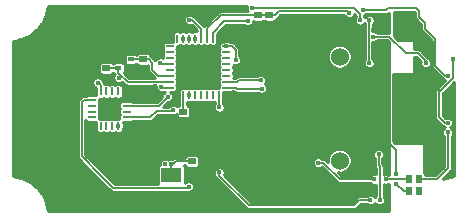
<source format=gbr>
G04 #@! TF.GenerationSoftware,KiCad,Pcbnew,5.0.0-rc2-be01b52~65~ubuntu16.04.1*
G04 #@! TF.CreationDate,2018-07-13T18:02:19-04:00*
G04 #@! TF.ProjectId,motor controller,6D6F746F7220636F6E74726F6C6C6572,rev?*
G04 #@! TF.SameCoordinates,Original*
G04 #@! TF.FileFunction,Copper,L2,Bot,Signal*
G04 #@! TF.FilePolarity,Positive*
%FSLAX46Y46*%
G04 Gerber Fmt 4.6, Leading zero omitted, Abs format (unit mm)*
G04 Created by KiCad (PCBNEW 5.0.0-rc2-be01b52~65~ubuntu16.04.1) date Fri Jul 13 18:02:19 2018*
%MOMM*%
%LPD*%
G01*
G04 APERTURE LIST*
G04 #@! TA.AperFunction,SMDPad,CuDef*
%ADD10R,0.650000X0.575000*%
G04 #@! TD*
G04 #@! TA.AperFunction,SMDPad,CuDef*
%ADD11R,1.800000X1.220000*%
G04 #@! TD*
G04 #@! TA.AperFunction,SMDPad,CuDef*
%ADD12R,0.250000X0.700000*%
G04 #@! TD*
G04 #@! TA.AperFunction,SMDPad,CuDef*
%ADD13R,0.700000X0.250000*%
G04 #@! TD*
G04 #@! TA.AperFunction,SMDPad,CuDef*
%ADD14R,1.700000X1.700000*%
G04 #@! TD*
G04 #@! TA.AperFunction,SMDPad,CuDef*
%ADD15R,0.575000X0.650000*%
G04 #@! TD*
G04 #@! TA.AperFunction,SMDPad,CuDef*
%ADD16R,0.550000X0.450000*%
G04 #@! TD*
G04 #@! TA.AperFunction,ComponentPad*
%ADD17C,1.524000*%
G04 #@! TD*
G04 #@! TA.AperFunction,SMDPad,CuDef*
%ADD18R,3.450000X3.450000*%
G04 #@! TD*
G04 #@! TA.AperFunction,ViaPad*
%ADD19C,0.410000*%
G04 #@! TD*
G04 #@! TA.AperFunction,Conductor*
%ADD20C,0.150000*%
G04 #@! TD*
G04 #@! TA.AperFunction,Conductor*
%ADD21C,0.254000*%
G04 #@! TD*
G04 APERTURE END LIST*
D10*
G04 #@! TO.P,C1,2*
G04 #@! TO.N,GND*
X8230000Y-4812500D03*
G04 #@! TO.P,C1,1*
G04 #@! TO.N,Net-(C1-Pad1)*
X8230000Y-5587500D03*
G04 #@! TD*
G04 #@! TO.P,C2,1*
G04 #@! TO.N,GND*
X11350000Y-5601000D03*
G04 #@! TO.P,C2,2*
G04 #@! TO.N,Net-(C2-Pad2)*
X11350000Y-4826000D03*
G04 #@! TD*
G04 #@! TO.P,C5,2*
G04 #@! TO.N,GND*
X21100000Y-1862500D03*
G04 #@! TO.P,C5,1*
G04 #@! TO.N,FB*
X21100000Y-1087500D03*
G04 #@! TD*
D11*
G04 #@! TO.P,C7,2*
G04 #@! TO.N,GND*
X13740000Y-11730000D03*
G04 #@! TO.P,C7,1*
G04 #@! TO.N,+BATT*
X13740000Y-14590000D03*
G04 #@! TD*
D12*
G04 #@! TO.P,IC1,1*
G04 #@! TO.N,N/C*
X7750000Y-10450000D03*
G04 #@! TO.P,IC1,2*
X8250000Y-10450000D03*
G04 #@! TO.P,IC1,3*
X8750000Y-10450000D03*
G04 #@! TO.P,IC1,4*
G04 #@! TO.N,MOSI*
X9250000Y-10450000D03*
D13*
G04 #@! TO.P,IC1,5*
G04 #@! TO.N,ENC_CS*
X9950000Y-9750000D03*
G04 #@! TO.P,IC1,6*
G04 #@! TO.N,N/C*
X9950000Y-9250000D03*
G04 #@! TO.P,IC1,7*
G04 #@! TO.N,MISO*
X9950000Y-8750000D03*
G04 #@! TO.P,IC1,8*
G04 #@! TO.N,GND*
X9950000Y-8250000D03*
D12*
G04 #@! TO.P,IC1,9*
G04 #@! TO.N,N/C*
X9250000Y-7550000D03*
G04 #@! TO.P,IC1,10*
X8750000Y-7550000D03*
G04 #@! TO.P,IC1,11*
X8250000Y-7550000D03*
G04 #@! TO.P,IC1,12*
G04 #@! TO.N,SCK*
X7750000Y-7550000D03*
D13*
G04 #@! TO.P,IC1,13*
G04 #@! TO.N,+3V3*
X7050000Y-8250000D03*
G04 #@! TO.P,IC1,14*
G04 #@! TO.N,N/C*
X7050000Y-8750000D03*
G04 #@! TO.P,IC1,15*
X7050000Y-9250000D03*
G04 #@! TO.P,IC1,16*
X7050000Y-9750000D03*
D14*
G04 #@! TO.P,IC1,17*
G04 #@! TO.N,GND*
X8500000Y-9000000D03*
G04 #@! TD*
D10*
G04 #@! TO.P,R1,2*
G04 #@! TO.N,GND*
X14770000Y-10055000D03*
G04 #@! TO.P,R1,1*
G04 #@! TO.N,Net-(R1-Pad1)*
X14770000Y-9280000D03*
G04 #@! TD*
G04 #@! TO.P,R4,1*
G04 #@! TO.N,FB*
X22050000Y-1087500D03*
G04 #@! TO.P,R4,2*
G04 #@! TO.N,GND*
X22050000Y-1862500D03*
G04 #@! TD*
D15*
G04 #@! TO.P,R5,1*
G04 #@! TO.N,Net-(IC2-Pad1)*
X34677500Y-16002000D03*
G04 #@! TO.P,R5,2*
G04 #@! TO.N,GND*
X33902500Y-16002000D03*
G04 #@! TD*
G04 #@! TO.P,R6,2*
G04 #@! TO.N,+3V3*
X33902500Y-14986000D03*
G04 #@! TO.P,R6,1*
G04 #@! TO.N,Net-(IC2-Pad2)*
X34677500Y-14986000D03*
G04 #@! TD*
D10*
G04 #@! TO.P,C4,1*
G04 #@! TO.N,+BATT*
X15494000Y-13475000D03*
G04 #@! TO.P,C4,2*
G04 #@! TO.N,GND*
X15494000Y-12700000D03*
G04 #@! TD*
D16*
G04 #@! TO.P,Y1,1*
G04 #@! TO.N,Net-(C1-Pad1)*
X9265000Y-5575000D03*
G04 #@! TO.P,Y1,2*
G04 #@! TO.N,GND*
X10315000Y-5575000D03*
G04 #@! TO.P,Y1,3*
G04 #@! TO.N,Net-(C2-Pad2)*
X10315000Y-4825000D03*
G04 #@! TO.P,Y1,4*
G04 #@! TO.N,GND*
X9265000Y-4825000D03*
G04 #@! TD*
D17*
G04 #@! TO.P,M1,1*
G04 #@! TO.N,OUT2*
X28000000Y-13400000D03*
G04 #@! TO.P,M1,2*
G04 #@! TO.N,OUT1*
X28000000Y-4600000D03*
G04 #@! TD*
D13*
G04 #@! TO.P,U1,1*
G04 #@! TO.N,+3V3*
X13600000Y-7220000D03*
G04 #@! TO.P,U1,2*
G04 #@! TO.N,Net-(C1-Pad1)*
X13600000Y-6720000D03*
G04 #@! TO.P,U1,3*
G04 #@! TO.N,Net-(C2-Pad2)*
X13600000Y-6220000D03*
G04 #@! TO.P,U1,4*
G04 #@! TO.N,N/C*
X13600000Y-5720000D03*
G04 #@! TO.P,U1,5*
G04 #@! TO.N,+3V3*
X13600000Y-5220000D03*
G04 #@! TO.P,U1,6*
G04 #@! TO.N,N/C*
X13600000Y-4720000D03*
G04 #@! TO.P,U1,7*
X13600000Y-4220000D03*
G04 #@! TO.P,U1,8*
X13600000Y-3720000D03*
D12*
G04 #@! TO.P,U1,9*
X14250000Y-3070000D03*
G04 #@! TO.P,U1,10*
G04 #@! TO.N,CS*
X14750000Y-3070000D03*
G04 #@! TO.P,U1,11*
G04 #@! TO.N,SCK*
X15250000Y-3070000D03*
G04 #@! TO.P,U1,12*
G04 #@! TO.N,MISO*
X15750000Y-3070000D03*
G04 #@! TO.P,U1,13*
G04 #@! TO.N,MOSI*
X16250000Y-3070000D03*
G04 #@! TO.P,U1,14*
G04 #@! TO.N,FB*
X16750000Y-3070000D03*
G04 #@! TO.P,U1,15*
G04 #@! TO.N,D2*
X17250000Y-3070000D03*
G04 #@! TO.P,U1,16*
G04 #@! TO.N,GND*
X17750000Y-3070000D03*
D13*
G04 #@! TO.P,U1,17*
G04 #@! TO.N,+3V3*
X18400000Y-3720000D03*
G04 #@! TO.P,U1,18*
G04 #@! TO.N,N/C*
X18400000Y-4220000D03*
G04 #@! TO.P,U1,19*
X18400000Y-4720000D03*
G04 #@! TO.P,U1,20*
X18400000Y-5220000D03*
G04 #@! TO.P,U1,21*
X18400000Y-5720000D03*
G04 #@! TO.P,U1,22*
X18400000Y-6220000D03*
G04 #@! TO.P,U1,23*
G04 #@! TO.N,SWDIO*
X18400000Y-6720000D03*
G04 #@! TO.P,U1,24*
G04 #@! TO.N,SWCLK*
X18400000Y-7220000D03*
D12*
G04 #@! TO.P,U1,25*
G04 #@! TO.N,D1*
X17750000Y-7870000D03*
G04 #@! TO.P,U1,26*
G04 #@! TO.N,N/C*
X17250000Y-7870000D03*
G04 #@! TO.P,U1,27*
X16750000Y-7870000D03*
G04 #@! TO.P,U1,28*
X16250000Y-7870000D03*
G04 #@! TO.P,U1,29*
X15750000Y-7870000D03*
G04 #@! TO.P,U1,30*
G04 #@! TO.N,ENC_CS*
X15250000Y-7870000D03*
G04 #@! TO.P,U1,31*
G04 #@! TO.N,Net-(R1-Pad1)*
X14750000Y-7870000D03*
G04 #@! TO.P,U1,32*
G04 #@! TO.N,GND*
X14250000Y-7870000D03*
D18*
G04 #@! TO.P,U1,33*
X16000000Y-5470000D03*
G04 #@! TD*
D19*
G04 #@! TO.N,GND*
X29800000Y-11800000D03*
X29100000Y-11800000D03*
X29100000Y-11000000D03*
X29800000Y-11000000D03*
X29800000Y-10200000D03*
X29100000Y-10200000D03*
X29800000Y-8600000D03*
X29100000Y-8600000D03*
X29800000Y-7800000D03*
X29100000Y-7800000D03*
X29800000Y-7000000D03*
X29100000Y-7000000D03*
X30900000Y-11600000D03*
X31400000Y-11600000D03*
X31900000Y-11600000D03*
X31900000Y-10600000D03*
X31900000Y-11100000D03*
X31400000Y-11100000D03*
X31400000Y-10600000D03*
X30900000Y-11100000D03*
X30900000Y-10600000D03*
X31900000Y-10100000D03*
X31400000Y-10100000D03*
X30900000Y-10100000D03*
X30900000Y-9600000D03*
X31400000Y-9600000D03*
X31900000Y-9600000D03*
X31900000Y-9100000D03*
X31400000Y-9100000D03*
X30900000Y-9100000D03*
X31900000Y-8600000D03*
X31400000Y-8600000D03*
X30900000Y-8600000D03*
X31900000Y-8100000D03*
X31400000Y-8100000D03*
X30900000Y-8100000D03*
X31900000Y-7600000D03*
X31400000Y-7600000D03*
X30900000Y-7600000D03*
X31900000Y-7100000D03*
X31400000Y-7100000D03*
X30900000Y-7100000D03*
X31900000Y-6600000D03*
X31400000Y-6600000D03*
X30900000Y-6600000D03*
X23900000Y-16230000D03*
X26150000Y-14350000D03*
X14700000Y-12300000D03*
X14200000Y-12300000D03*
X14200000Y-11700000D03*
X13700000Y-11700000D03*
X13700000Y-12300000D03*
X13200000Y-12300000D03*
X13200000Y-11700000D03*
X12700000Y-11700000D03*
X12700000Y-12300000D03*
X12200000Y-12300000D03*
X12200000Y-11700000D03*
X11000000Y-11700000D03*
X11000000Y-12300000D03*
X10500000Y-12300000D03*
X10500000Y-11700000D03*
X10000000Y-11700000D03*
X10000000Y-12300000D03*
X9500000Y-12300000D03*
X9500000Y-11700000D03*
X9000000Y-11700000D03*
X9000000Y-12300000D03*
X8500000Y-12300000D03*
X8500000Y-11700000D03*
X14700000Y-11700000D03*
X21590000Y-15119500D03*
X23876000Y-14820000D03*
X27000000Y-6100000D03*
X27500000Y-6100000D03*
X28000000Y-6100000D03*
X28500000Y-6100000D03*
X28500000Y-6600000D03*
X28000000Y-6600000D03*
X27500000Y-6600000D03*
X27000000Y-6600000D03*
X27000000Y-7100000D03*
X27500000Y-7100000D03*
X28000000Y-7100000D03*
X28500000Y-7100000D03*
X28500000Y-7600000D03*
X28000000Y-7600000D03*
X27500000Y-7600000D03*
X27000000Y-7600000D03*
X27000000Y-8100000D03*
X27500000Y-8100000D03*
X28000000Y-8100000D03*
X28500000Y-8100000D03*
X27000000Y-8100000D03*
X27000000Y-8100000D03*
X27000000Y-8600000D03*
X27500000Y-8600000D03*
X28000000Y-8600000D03*
X28500000Y-8600000D03*
X27000000Y-9100000D03*
X27500000Y-9100000D03*
X28000000Y-9100000D03*
X28500000Y-9100000D03*
X28500000Y-9600000D03*
X28000000Y-9600000D03*
X27500000Y-9600000D03*
X27000000Y-9600000D03*
X27000000Y-10100000D03*
X27500000Y-10100000D03*
X28000000Y-10100000D03*
X28500000Y-10100000D03*
X27000000Y-10600000D03*
X27500000Y-10600000D03*
X28000000Y-10600000D03*
X28500000Y-10600000D03*
X28500000Y-11100000D03*
X28000000Y-11100000D03*
X27500000Y-11100000D03*
X27000000Y-11100000D03*
X27000000Y-11600000D03*
X27500000Y-11600000D03*
X28000000Y-11600000D03*
X28500000Y-11600000D03*
X21400000Y-8710000D03*
X31400000Y-1400000D03*
X32800000Y-15393000D03*
X32800000Y-14579000D03*
X31900000Y-3307000D03*
X31900000Y-2493000D03*
X8100000Y-6793000D03*
X12364566Y-7127000D03*
G04 #@! TO.N,+3V3*
X12900000Y-7167998D03*
X12800000Y-5100000D03*
X15200000Y-15600000D03*
X18400000Y-3720000D03*
X19200000Y-4900000D03*
X31900000Y-15000000D03*
X30900000Y-15000000D03*
X26162000Y-13582500D03*
X35290000Y-5150000D03*
X30847000Y-2900000D03*
G04 #@! TO.N,+BATT*
X35300000Y-14000000D03*
X35300000Y-12500000D03*
X35300000Y-13300000D03*
X34500000Y-5400000D03*
X34500000Y-4800000D03*
X36800000Y-9400000D03*
X37500000Y-9400000D03*
X37400000Y-7800000D03*
X36800000Y-7800000D03*
X13700000Y-13700000D03*
X13700000Y-14300000D03*
X13200000Y-14300000D03*
X13200000Y-13700000D03*
X32800000Y-900000D03*
X32800000Y-1400000D03*
X32800000Y-1900000D03*
X32800000Y-2400000D03*
X32800000Y-2900000D03*
X33300000Y-2900000D03*
X33300000Y-2400000D03*
X33300000Y-1900000D03*
X33300000Y-1400000D03*
X33300000Y-900000D03*
X33800000Y-900000D03*
X33800000Y-1400000D03*
X33800000Y-1900000D03*
X33800000Y-2400000D03*
X33800000Y-2900000D03*
X34300000Y-2900000D03*
X34300000Y-2400000D03*
X34300000Y-1900000D03*
X34300000Y-1400000D03*
X34300000Y-900000D03*
X34800000Y-1900000D03*
X34500000Y-3400000D03*
X34500000Y-3900000D03*
G04 #@! TO.N,FB*
X28800000Y-907000D03*
X29930257Y-654672D03*
X37140000Y-6200000D03*
G04 #@! TO.N,MOSI*
X15271295Y-1493000D03*
X9250000Y-10450000D03*
G04 #@! TO.N,CS*
X14712997Y-3070000D03*
G04 #@! TO.N,MISO*
X13430000Y-8000000D03*
X15787003Y-3070000D03*
G04 #@! TO.N,Net-(IC2-Pad1)*
X34677500Y-16002000D03*
G04 #@! TO.N,Net-(IC2-Pad2)*
X37140000Y-11000000D03*
G04 #@! TO.N,Net-(IC2-Pad3)*
X37593000Y-4800000D03*
X37140000Y-10200000D03*
G04 #@! TO.N,Net-(IC2-Pad16)*
X30493000Y-1524000D03*
X30490000Y-5150000D03*
G04 #@! TO.N,Net-(IC2-Pad26)*
X31375500Y-16764000D03*
X31290000Y-12850000D03*
G04 #@! TO.N,D1*
X17800000Y-8900000D03*
X17800000Y-14400000D03*
X30600500Y-16764000D03*
G04 #@! TO.N,D2*
X20212002Y-1600000D03*
X20600000Y-500000D03*
X29718000Y-1524000D03*
G04 #@! TO.N,SCK*
X15250000Y-3070000D03*
X9300000Y-6400000D03*
X7520000Y-6793000D03*
X7520000Y-6793000D03*
G04 #@! TO.N,SWDIO*
X21300000Y-6600000D03*
G04 #@! TO.N,SWCLK*
X21400000Y-7310000D03*
G04 #@! TO.N,ENC_CS*
X13900000Y-9100000D03*
X15250000Y-7870000D03*
G04 #@! TD*
D20*
G04 #@! TO.N,GND*
X11324000Y-5575000D02*
X11350000Y-5601000D01*
X10315000Y-5575000D02*
X11324000Y-5575000D01*
X9252500Y-4812500D02*
X9265000Y-4825000D01*
X8230000Y-4812500D02*
X9252500Y-4812500D01*
X10065000Y-5575000D02*
X9315000Y-4825000D01*
X9315000Y-4825000D02*
X9265000Y-4825000D01*
X10315000Y-5575000D02*
X10065000Y-5575000D01*
X33409000Y-16002000D02*
X32800000Y-15393000D01*
X33902500Y-16002000D02*
X33409000Y-16002000D01*
X32800000Y-12500000D02*
X31900000Y-11600000D01*
X32800000Y-14579000D02*
X32800000Y-12500000D01*
X31900000Y-6600000D02*
X31900000Y-3307000D01*
X7755000Y-4812500D02*
X7500000Y-5067500D01*
X8230000Y-4812500D02*
X7755000Y-4812500D01*
X7500000Y-5067500D02*
X7500000Y-6200000D01*
X7507000Y-6200000D02*
X8100000Y-6793000D01*
X7500000Y-6200000D02*
X7507000Y-6200000D01*
X8550000Y-8250000D02*
X8050000Y-8250000D01*
G04 #@! TO.N,Net-(C1-Pad1)*
X8242500Y-5575000D02*
X8230000Y-5587500D01*
X9265000Y-5575000D02*
X8242500Y-5575000D01*
X13100000Y-6720000D02*
X13600000Y-6720000D01*
X10035000Y-6720000D02*
X13100000Y-6720000D01*
X9265000Y-5950000D02*
X10035000Y-6720000D01*
X9265000Y-5575000D02*
X9265000Y-5950000D01*
G04 #@! TO.N,Net-(C2-Pad2)*
X11349000Y-4825000D02*
X11350000Y-4826000D01*
X10315000Y-4825000D02*
X11349000Y-4825000D01*
X11825000Y-4826000D02*
X12100000Y-5101000D01*
X11350000Y-4826000D02*
X11825000Y-4826000D01*
X12100000Y-5101000D02*
X12100000Y-5700000D01*
X12620000Y-6220000D02*
X13600000Y-6220000D01*
X12100000Y-5700000D02*
X12620000Y-6220000D01*
G04 #@! TO.N,+3V3*
X12952002Y-7220000D02*
X12900000Y-7167998D01*
X13600000Y-7220000D02*
X12952002Y-7220000D01*
X12920000Y-5220000D02*
X12800000Y-5100000D01*
X13600000Y-5220000D02*
X12920000Y-5220000D01*
X7700000Y-14600000D02*
X8800000Y-15700000D01*
X15100000Y-15700000D02*
X15200000Y-15600000D01*
X8800000Y-15700000D02*
X15100000Y-15700000D01*
X18900000Y-3720000D02*
X19180000Y-4000000D01*
X18400000Y-3720000D02*
X18900000Y-3720000D01*
X19180000Y-4880000D02*
X19200000Y-4900000D01*
X19180000Y-4000000D02*
X19180000Y-4880000D01*
X31914000Y-14986000D02*
X31900000Y-15000000D01*
X33902500Y-14986000D02*
X31914000Y-14986000D01*
X30900000Y-15000000D02*
X28000000Y-15000000D01*
X28000000Y-15000000D02*
X26600000Y-13600000D01*
X26179500Y-13600000D02*
X26162000Y-13582500D01*
X26600000Y-13600000D02*
X26179500Y-13600000D01*
X35290000Y-4987638D02*
X35100000Y-4797638D01*
X35290000Y-5150000D02*
X35290000Y-4987638D01*
X35097638Y-4797638D02*
X34607001Y-4307001D01*
X35100000Y-4797638D02*
X35097638Y-4797638D01*
X34607001Y-4307001D02*
X33607001Y-4307001D01*
X32200000Y-2900000D02*
X30847000Y-2900000D01*
X33607001Y-4307001D02*
X32200000Y-2900000D01*
X7050000Y-8250000D02*
X6340000Y-8250000D01*
X6340000Y-8250000D02*
X6140000Y-8450000D01*
X6140000Y-13040000D02*
X7700000Y-14600000D01*
X6140000Y-8450000D02*
X6140000Y-13040000D01*
G04 #@! TO.N,+BATT*
X14095000Y-13475000D02*
X15019000Y-13475000D01*
X13740000Y-13830000D02*
X14095000Y-13475000D01*
X15019000Y-13475000D02*
X15494000Y-13475000D01*
X13740000Y-14590000D02*
X13740000Y-13830000D01*
G04 #@! TO.N,FB*
X16750000Y-2570000D02*
X16800000Y-2520000D01*
X16750000Y-3070000D02*
X16750000Y-2570000D01*
X16800000Y-2520000D02*
X16800000Y-2200000D01*
X17912500Y-1087500D02*
X21100000Y-1087500D01*
X16800000Y-2200000D02*
X17912500Y-1087500D01*
X21100000Y-1087500D02*
X22050000Y-1087500D01*
X22525000Y-1087500D02*
X22835490Y-777010D01*
X22050000Y-1087500D02*
X22525000Y-1087500D01*
X22835490Y-777010D02*
X28200000Y-777010D01*
X28670010Y-777010D02*
X28800000Y-907000D01*
X28200000Y-777010D02*
X28670010Y-777010D01*
X36900000Y-6200000D02*
X37140000Y-6200000D01*
X36100000Y-5400000D02*
X36900000Y-6200000D01*
X32107001Y-492999D02*
X34495361Y-492999D01*
X31945328Y-654672D02*
X32107001Y-492999D01*
X36100000Y-3100000D02*
X36100000Y-5400000D01*
X29930257Y-654672D02*
X31945328Y-654672D01*
X34495361Y-492999D02*
X34707001Y-704639D01*
X35250459Y-1748097D02*
X35250459Y-2250459D01*
X35250459Y-2250459D02*
X36100000Y-3100000D01*
X34707001Y-704639D02*
X34707001Y-1207001D01*
X34707001Y-1207001D02*
X34709363Y-1207001D01*
X34709363Y-1207001D02*
X35250459Y-1748097D01*
G04 #@! TO.N,MOSI*
X16250000Y-3070000D02*
X16250000Y-2250000D01*
X15493000Y-1493000D02*
X15271295Y-1493000D01*
X16250000Y-2250000D02*
X15493000Y-1493000D01*
G04 #@! TO.N,CS*
X14750000Y-3070000D02*
X14712997Y-3070000D01*
G04 #@! TO.N,MISO*
X12680000Y-8750000D02*
X13430000Y-8000000D01*
X9950000Y-8750000D02*
X11540000Y-8750000D01*
X11540000Y-8750000D02*
X12680000Y-8750000D01*
X11450000Y-8750000D02*
X11540000Y-8750000D01*
G04 #@! TO.N,Net-(IC2-Pad2)*
X34677500Y-14986000D02*
X36214000Y-14986000D01*
X37140000Y-14060000D02*
X37140000Y-11000000D01*
X36214000Y-14986000D02*
X37140000Y-14060000D01*
G04 #@! TO.N,Net-(IC2-Pad3)*
X36392999Y-7604639D02*
X36392999Y-8092999D01*
X37593000Y-6404638D02*
X36392999Y-7604639D01*
X37593000Y-4800000D02*
X37593000Y-6404638D01*
X36392999Y-7600000D02*
X36392999Y-9700000D01*
X36892999Y-10200000D02*
X37140000Y-10200000D01*
X36392999Y-9700000D02*
X36892999Y-10200000D01*
G04 #@! TO.N,Net-(IC2-Pad16)*
X30493000Y-1999000D02*
X30440000Y-2052000D01*
X30493000Y-1524000D02*
X30493000Y-1999000D01*
X30440000Y-5100000D02*
X30490000Y-5150000D01*
X30440000Y-2052000D02*
X30440000Y-5100000D01*
G04 #@! TO.N,Net-(IC2-Pad26)*
X31375500Y-16764000D02*
X31375500Y-13895500D01*
X31290000Y-13810000D02*
X31290000Y-12850000D01*
X31375500Y-13895500D02*
X31290000Y-13810000D01*
G04 #@! TO.N,Net-(R1-Pad1)*
X14750000Y-9260000D02*
X14770000Y-9280000D01*
X14750000Y-7870000D02*
X14750000Y-9260000D01*
G04 #@! TO.N,D1*
X17750000Y-8850000D02*
X17800000Y-8900000D01*
X17750000Y-7870000D02*
X17750000Y-8850000D01*
X17800000Y-14689913D02*
X20310087Y-17200000D01*
X17800000Y-14400000D02*
X17800000Y-14689913D01*
X20310087Y-17200000D02*
X29200000Y-17200000D01*
X29636000Y-16764000D02*
X30600500Y-16764000D01*
X29200000Y-17200000D02*
X29636000Y-16764000D01*
G04 #@! TO.N,D2*
X17250000Y-2570000D02*
X18220000Y-1600000D01*
X18220000Y-1600000D02*
X20212002Y-1600000D01*
X17250000Y-3070000D02*
X17250000Y-2570000D01*
X29718000Y-1018000D02*
X29718000Y-1524000D01*
X29200000Y-500000D02*
X29718000Y-1018000D01*
X20600000Y-500000D02*
X29200000Y-500000D01*
G04 #@! TO.N,SCK*
X7750000Y-7023000D02*
X7520000Y-6793000D01*
X7750000Y-7550000D02*
X7750000Y-7023000D01*
G04 #@! TO.N,SWDIO*
X18400000Y-6720000D02*
X19330000Y-6720000D01*
X19440000Y-6610000D02*
X19940000Y-6610000D01*
X19330000Y-6720000D02*
X19440000Y-6610000D01*
X19950000Y-6600000D02*
X21300000Y-6600000D01*
X19940000Y-6610000D02*
X19950000Y-6600000D01*
G04 #@! TO.N,SWCLK*
X18400000Y-7220000D02*
X19180000Y-7220000D01*
X19270000Y-7310000D02*
X19940000Y-7310000D01*
X19180000Y-7220000D02*
X19270000Y-7310000D01*
X19940000Y-7310000D02*
X21400000Y-7310000D01*
G04 #@! TO.N,ENC_CS*
X11950000Y-9750000D02*
X12500000Y-9200000D01*
X13800000Y-9200000D02*
X13900000Y-9100000D01*
X12500000Y-9200000D02*
X13800000Y-9200000D01*
X9950000Y-9750000D02*
X11600000Y-9750000D01*
X11600000Y-9750000D02*
X11950000Y-9750000D01*
X11450000Y-9750000D02*
X11600000Y-9750000D01*
G04 #@! TD*
D21*
G04 #@! TO.N,GND*
G36*
X20158639Y-366115D02*
X20141000Y-454792D01*
X20141000Y-545208D01*
X20158639Y-633885D01*
X20193239Y-717418D01*
X20220689Y-758500D01*
X17928654Y-758500D01*
X17912500Y-756909D01*
X17848005Y-763261D01*
X17785988Y-782074D01*
X17728833Y-812624D01*
X17691284Y-843439D01*
X17691279Y-843444D01*
X17678737Y-853737D01*
X17668444Y-866279D01*
X16578785Y-1955939D01*
X16566238Y-1966237D01*
X16555940Y-1978785D01*
X16525124Y-2016334D01*
X16515743Y-2033885D01*
X16508842Y-2046796D01*
X16483763Y-2016237D01*
X16471215Y-2005939D01*
X15737065Y-1271790D01*
X15726763Y-1259237D01*
X15676667Y-1218124D01*
X15619512Y-1187574D01*
X15613027Y-1185607D01*
X15563891Y-1136471D01*
X15488713Y-1086239D01*
X15405180Y-1051639D01*
X15316503Y-1034000D01*
X15226087Y-1034000D01*
X15137410Y-1051639D01*
X15053877Y-1086239D01*
X14978699Y-1136471D01*
X14914766Y-1200404D01*
X14864534Y-1275582D01*
X14829934Y-1359115D01*
X14812295Y-1447792D01*
X14812295Y-1538208D01*
X14829934Y-1626885D01*
X14864534Y-1710418D01*
X14914766Y-1785596D01*
X14978699Y-1849529D01*
X15053877Y-1899761D01*
X15137410Y-1934361D01*
X15226087Y-1952000D01*
X15316503Y-1952000D01*
X15405180Y-1934361D01*
X15450368Y-1915644D01*
X15921001Y-2386277D01*
X15921001Y-2469303D01*
X15875000Y-2464772D01*
X15625000Y-2464772D01*
X15575207Y-2469676D01*
X15527328Y-2484200D01*
X15500000Y-2498808D01*
X15472672Y-2484200D01*
X15424793Y-2469676D01*
X15375000Y-2464772D01*
X15125000Y-2464772D01*
X15075207Y-2469676D01*
X15027328Y-2484200D01*
X15000000Y-2498808D01*
X14972672Y-2484200D01*
X14924793Y-2469676D01*
X14875000Y-2464772D01*
X14625000Y-2464772D01*
X14575207Y-2469676D01*
X14527328Y-2484200D01*
X14500000Y-2498808D01*
X14472672Y-2484200D01*
X14424793Y-2469676D01*
X14375000Y-2464772D01*
X14125000Y-2464772D01*
X14075207Y-2469676D01*
X14027328Y-2484200D01*
X13983203Y-2507786D01*
X13944527Y-2539527D01*
X13912786Y-2578203D01*
X13889200Y-2622328D01*
X13874676Y-2670207D01*
X13869772Y-2720000D01*
X13869772Y-3339772D01*
X13250000Y-3339772D01*
X13200207Y-3344676D01*
X13152328Y-3359200D01*
X13108203Y-3382786D01*
X13069527Y-3414527D01*
X13037786Y-3453203D01*
X13014200Y-3497328D01*
X12999676Y-3545207D01*
X12994772Y-3595000D01*
X12994772Y-3845000D01*
X12999676Y-3894793D01*
X13014200Y-3942672D01*
X13028808Y-3970000D01*
X13014200Y-3997328D01*
X12999676Y-4045207D01*
X12994772Y-4095000D01*
X12994772Y-4345000D01*
X12999676Y-4394793D01*
X13014200Y-4442672D01*
X13028808Y-4470000D01*
X13014200Y-4497328D01*
X12999676Y-4545207D01*
X12994772Y-4595000D01*
X12994772Y-4683859D01*
X12933885Y-4658639D01*
X12845208Y-4641000D01*
X12754792Y-4641000D01*
X12666115Y-4658639D01*
X12582582Y-4693239D01*
X12507404Y-4743471D01*
X12443471Y-4807404D01*
X12393239Y-4882582D01*
X12377112Y-4921516D01*
X12374876Y-4917333D01*
X12333763Y-4867237D01*
X12321216Y-4856940D01*
X12069065Y-4604790D01*
X12058763Y-4592237D01*
X12008667Y-4551124D01*
X11951512Y-4520574D01*
X11927753Y-4513367D01*
X11925324Y-4488707D01*
X11910800Y-4440828D01*
X11887214Y-4396703D01*
X11855473Y-4358027D01*
X11816797Y-4326286D01*
X11772672Y-4302700D01*
X11724793Y-4288176D01*
X11675000Y-4283272D01*
X11025000Y-4283272D01*
X10975207Y-4288176D01*
X10927328Y-4302700D01*
X10883203Y-4326286D01*
X10844527Y-4358027D01*
X10812786Y-4396703D01*
X10789200Y-4440828D01*
X10788864Y-4441936D01*
X10770473Y-4419527D01*
X10731797Y-4387786D01*
X10687672Y-4364200D01*
X10639793Y-4349676D01*
X10590000Y-4344772D01*
X10040000Y-4344772D01*
X9990207Y-4349676D01*
X9942328Y-4364200D01*
X9898203Y-4387786D01*
X9859527Y-4419527D01*
X9827786Y-4458203D01*
X9804200Y-4502328D01*
X9789676Y-4550207D01*
X9784772Y-4600000D01*
X9784772Y-5050000D01*
X9789676Y-5099793D01*
X9804200Y-5147672D01*
X9827786Y-5191797D01*
X9859527Y-5230473D01*
X9898203Y-5262214D01*
X9942328Y-5285800D01*
X9990207Y-5300324D01*
X10040000Y-5305228D01*
X10590000Y-5305228D01*
X10639793Y-5300324D01*
X10687672Y-5285800D01*
X10731797Y-5262214D01*
X10770473Y-5230473D01*
X10788421Y-5208604D01*
X10789200Y-5211172D01*
X10812786Y-5255297D01*
X10844527Y-5293973D01*
X10883203Y-5325714D01*
X10927328Y-5349300D01*
X10975207Y-5363824D01*
X11025000Y-5368728D01*
X11675000Y-5368728D01*
X11724793Y-5363824D01*
X11771000Y-5349807D01*
X11771001Y-5683847D01*
X11769410Y-5700000D01*
X11775762Y-5764494D01*
X11794574Y-5826511D01*
X11824654Y-5882786D01*
X11825125Y-5883667D01*
X11866238Y-5933763D01*
X11878785Y-5944061D01*
X12325724Y-6391000D01*
X10171276Y-6391000D01*
X9738627Y-5958352D01*
X9752214Y-5941797D01*
X9775800Y-5897672D01*
X9790324Y-5849793D01*
X9795228Y-5800000D01*
X9795228Y-5350000D01*
X9790324Y-5300207D01*
X9775800Y-5252328D01*
X9752214Y-5208203D01*
X9720473Y-5169527D01*
X9681797Y-5137786D01*
X9637672Y-5114200D01*
X9589793Y-5099676D01*
X9540000Y-5094772D01*
X8990000Y-5094772D01*
X8940207Y-5099676D01*
X8892328Y-5114200D01*
X8848203Y-5137786D01*
X8809527Y-5169527D01*
X8787569Y-5196283D01*
X8767214Y-5158203D01*
X8735473Y-5119527D01*
X8696797Y-5087786D01*
X8652672Y-5064200D01*
X8604793Y-5049676D01*
X8555000Y-5044772D01*
X7905000Y-5044772D01*
X7855207Y-5049676D01*
X7807328Y-5064200D01*
X7763203Y-5087786D01*
X7724527Y-5119527D01*
X7692786Y-5158203D01*
X7669200Y-5202328D01*
X7654676Y-5250207D01*
X7649772Y-5300000D01*
X7649772Y-5875000D01*
X7654676Y-5924793D01*
X7669200Y-5972672D01*
X7692786Y-6016797D01*
X7724527Y-6055473D01*
X7763203Y-6087214D01*
X7807328Y-6110800D01*
X7855207Y-6125324D01*
X7905000Y-6130228D01*
X8555000Y-6130228D01*
X8604793Y-6125324D01*
X8652672Y-6110800D01*
X8696797Y-6087214D01*
X8735473Y-6055473D01*
X8767214Y-6016797D01*
X8790800Y-5972672D01*
X8794126Y-5961707D01*
X8809527Y-5980473D01*
X8848203Y-6012214D01*
X8892328Y-6035800D01*
X8940207Y-6050324D01*
X8951982Y-6051484D01*
X8953021Y-6054910D01*
X8959574Y-6076511D01*
X8964726Y-6086149D01*
X8943471Y-6107404D01*
X8893239Y-6182582D01*
X8858639Y-6266115D01*
X8841000Y-6354792D01*
X8841000Y-6445208D01*
X8858639Y-6533885D01*
X8893239Y-6617418D01*
X8943471Y-6692596D01*
X9007404Y-6756529D01*
X9082582Y-6806761D01*
X9166115Y-6841361D01*
X9254792Y-6859000D01*
X9345208Y-6859000D01*
X9433885Y-6841361D01*
X9517418Y-6806761D01*
X9592596Y-6756529D01*
X9599425Y-6749700D01*
X9790939Y-6941215D01*
X9801237Y-6953763D01*
X9818773Y-6968154D01*
X9851332Y-6994876D01*
X9855920Y-6997328D01*
X9908488Y-7025426D01*
X9970505Y-7044239D01*
X10018846Y-7049000D01*
X10018855Y-7049000D01*
X10034999Y-7050590D01*
X10051143Y-7049000D01*
X12455678Y-7049000D01*
X12441000Y-7122790D01*
X12441000Y-7213206D01*
X12458639Y-7301883D01*
X12493239Y-7385416D01*
X12543471Y-7460594D01*
X12607404Y-7524527D01*
X12682582Y-7574759D01*
X12766115Y-7609359D01*
X12854792Y-7626998D01*
X12945208Y-7626998D01*
X13033885Y-7609359D01*
X13117418Y-7574759D01*
X13127910Y-7567748D01*
X13152328Y-7580800D01*
X13200207Y-7595324D01*
X13208273Y-7596118D01*
X13137404Y-7643471D01*
X13073471Y-7707404D01*
X13023239Y-7782582D01*
X12988639Y-7866115D01*
X12971000Y-7954792D01*
X12971000Y-7993724D01*
X12543725Y-8421000D01*
X10451806Y-8421000D01*
X10441797Y-8412786D01*
X10397672Y-8389200D01*
X10349793Y-8374676D01*
X10300000Y-8369772D01*
X9600000Y-8369772D01*
X9550207Y-8374676D01*
X9502328Y-8389200D01*
X9458203Y-8412786D01*
X9419527Y-8444527D01*
X9387786Y-8483203D01*
X9364200Y-8527328D01*
X9349676Y-8575207D01*
X9344772Y-8625000D01*
X9344772Y-8875000D01*
X9349676Y-8924793D01*
X9364200Y-8972672D01*
X9378808Y-9000000D01*
X9364200Y-9027328D01*
X9349676Y-9075207D01*
X9344772Y-9125000D01*
X9344772Y-9375000D01*
X9349676Y-9424793D01*
X9364200Y-9472672D01*
X9378808Y-9500000D01*
X9364200Y-9527328D01*
X9349676Y-9575207D01*
X9344772Y-9625000D01*
X9344772Y-9844772D01*
X9125000Y-9844772D01*
X9075207Y-9849676D01*
X9027328Y-9864200D01*
X9000000Y-9878808D01*
X8972672Y-9864200D01*
X8924793Y-9849676D01*
X8875000Y-9844772D01*
X8625000Y-9844772D01*
X8575207Y-9849676D01*
X8527328Y-9864200D01*
X8500000Y-9878808D01*
X8472672Y-9864200D01*
X8424793Y-9849676D01*
X8375000Y-9844772D01*
X8125000Y-9844772D01*
X8075207Y-9849676D01*
X8027328Y-9864200D01*
X8000000Y-9878808D01*
X7972672Y-9864200D01*
X7924793Y-9849676D01*
X7875000Y-9844772D01*
X7655228Y-9844772D01*
X7655228Y-9625000D01*
X7650324Y-9575207D01*
X7635800Y-9527328D01*
X7621192Y-9500000D01*
X7635800Y-9472672D01*
X7650324Y-9424793D01*
X7655228Y-9375000D01*
X7655228Y-9125000D01*
X7650324Y-9075207D01*
X7635800Y-9027328D01*
X7621192Y-9000000D01*
X7635800Y-8972672D01*
X7650324Y-8924793D01*
X7655228Y-8875000D01*
X7655228Y-8625000D01*
X7650324Y-8575207D01*
X7635800Y-8527328D01*
X7621192Y-8500000D01*
X7635800Y-8472672D01*
X7650324Y-8424793D01*
X7655228Y-8375000D01*
X7655228Y-8155228D01*
X7875000Y-8155228D01*
X7924793Y-8150324D01*
X7972672Y-8135800D01*
X8000000Y-8121192D01*
X8027328Y-8135800D01*
X8075207Y-8150324D01*
X8125000Y-8155228D01*
X8375000Y-8155228D01*
X8424793Y-8150324D01*
X8472672Y-8135800D01*
X8500000Y-8121192D01*
X8527328Y-8135800D01*
X8575207Y-8150324D01*
X8625000Y-8155228D01*
X8875000Y-8155228D01*
X8924793Y-8150324D01*
X8972672Y-8135800D01*
X9000000Y-8121192D01*
X9027328Y-8135800D01*
X9075207Y-8150324D01*
X9125000Y-8155228D01*
X9375000Y-8155228D01*
X9424793Y-8150324D01*
X9472672Y-8135800D01*
X9516797Y-8112214D01*
X9555473Y-8080473D01*
X9587214Y-8041797D01*
X9610800Y-7997672D01*
X9625324Y-7949793D01*
X9630228Y-7900000D01*
X9630228Y-7200000D01*
X9625324Y-7150207D01*
X9610800Y-7102328D01*
X9587214Y-7058203D01*
X9555473Y-7019527D01*
X9516797Y-6987786D01*
X9472672Y-6964200D01*
X9424793Y-6949676D01*
X9375000Y-6944772D01*
X9125000Y-6944772D01*
X9075207Y-6949676D01*
X9027328Y-6964200D01*
X9000000Y-6978808D01*
X8972672Y-6964200D01*
X8924793Y-6949676D01*
X8875000Y-6944772D01*
X8625000Y-6944772D01*
X8575207Y-6949676D01*
X8527328Y-6964200D01*
X8500000Y-6978808D01*
X8472672Y-6964200D01*
X8424793Y-6949676D01*
X8375000Y-6944772D01*
X8125000Y-6944772D01*
X8075207Y-6949676D01*
X8071868Y-6950689D01*
X8055426Y-6896488D01*
X8024876Y-6839333D01*
X7983763Y-6789237D01*
X7979000Y-6785328D01*
X7979000Y-6747792D01*
X7961361Y-6659115D01*
X7926761Y-6575582D01*
X7876529Y-6500404D01*
X7812596Y-6436471D01*
X7737418Y-6386239D01*
X7653885Y-6351639D01*
X7565208Y-6334000D01*
X7474792Y-6334000D01*
X7386115Y-6351639D01*
X7302582Y-6386239D01*
X7227404Y-6436471D01*
X7163471Y-6500404D01*
X7113239Y-6575582D01*
X7078639Y-6659115D01*
X7061000Y-6747792D01*
X7061000Y-6838208D01*
X7078639Y-6926885D01*
X7113239Y-7010418D01*
X7163471Y-7085596D01*
X7227404Y-7149529D01*
X7302582Y-7199761D01*
X7369772Y-7227592D01*
X7369772Y-7869772D01*
X6700000Y-7869772D01*
X6650207Y-7874676D01*
X6602328Y-7889200D01*
X6558203Y-7912786D01*
X6548194Y-7921000D01*
X6356154Y-7921000D01*
X6340000Y-7919409D01*
X6323846Y-7921000D01*
X6275505Y-7925761D01*
X6213488Y-7944574D01*
X6156333Y-7975124D01*
X6106237Y-8016237D01*
X6095935Y-8028790D01*
X5918790Y-8205935D01*
X5906237Y-8216237D01*
X5865124Y-8266334D01*
X5834574Y-8323489D01*
X5815761Y-8385506D01*
X5811000Y-8433847D01*
X5811000Y-8433856D01*
X5809410Y-8450000D01*
X5811000Y-8466144D01*
X5811001Y-13023846D01*
X5809410Y-13040000D01*
X5811001Y-13056154D01*
X5814318Y-13089828D01*
X5815762Y-13104494D01*
X5834574Y-13166511D01*
X5865124Y-13223666D01*
X5865125Y-13223667D01*
X5906238Y-13273763D01*
X5918786Y-13284061D01*
X7478784Y-14844060D01*
X7478789Y-14844064D01*
X8555939Y-15921215D01*
X8566237Y-15933763D01*
X8616333Y-15974876D01*
X8673488Y-16005426D01*
X8735505Y-16024239D01*
X8783846Y-16029000D01*
X8783856Y-16029000D01*
X8800000Y-16030590D01*
X8816144Y-16029000D01*
X15036272Y-16029000D01*
X15066115Y-16041361D01*
X15154792Y-16059000D01*
X15245208Y-16059000D01*
X15333885Y-16041361D01*
X15417418Y-16006761D01*
X15492596Y-15956529D01*
X15556529Y-15892596D01*
X15606761Y-15817418D01*
X15641361Y-15733885D01*
X15659000Y-15645208D01*
X15659000Y-15554792D01*
X15641361Y-15466115D01*
X15606761Y-15382582D01*
X15556529Y-15307404D01*
X15492596Y-15243471D01*
X15417418Y-15193239D01*
X15333885Y-15158639D01*
X15245208Y-15141000D01*
X15154792Y-15141000D01*
X15066115Y-15158639D01*
X14982582Y-15193239D01*
X14907404Y-15243471D01*
X14885640Y-15265235D01*
X14890324Y-15249793D01*
X14895228Y-15200000D01*
X14895228Y-13980000D01*
X14890324Y-13930207D01*
X14875800Y-13882328D01*
X14852214Y-13838203D01*
X14824144Y-13804000D01*
X14917859Y-13804000D01*
X14918676Y-13812293D01*
X14933200Y-13860172D01*
X14956786Y-13904297D01*
X14988527Y-13942973D01*
X15027203Y-13974714D01*
X15071328Y-13998300D01*
X15119207Y-14012824D01*
X15169000Y-14017728D01*
X15819000Y-14017728D01*
X15868793Y-14012824D01*
X15916672Y-13998300D01*
X15960797Y-13974714D01*
X15999473Y-13942973D01*
X16031214Y-13904297D01*
X16054800Y-13860172D01*
X16069324Y-13812293D01*
X16074228Y-13762500D01*
X16074228Y-13187500D01*
X16069324Y-13137707D01*
X16054800Y-13089828D01*
X16031214Y-13045703D01*
X15999473Y-13007027D01*
X15960797Y-12975286D01*
X15916672Y-12951700D01*
X15868793Y-12937176D01*
X15819000Y-12932272D01*
X15169000Y-12932272D01*
X15119207Y-12937176D01*
X15071328Y-12951700D01*
X15027203Y-12975286D01*
X14988527Y-13007027D01*
X14956786Y-13045703D01*
X14933200Y-13089828D01*
X14918676Y-13137707D01*
X14917859Y-13146000D01*
X14111144Y-13146000D01*
X14095000Y-13144410D01*
X14078856Y-13146000D01*
X14078846Y-13146000D01*
X14030505Y-13150761D01*
X13968488Y-13169574D01*
X13911333Y-13200124D01*
X13861237Y-13241237D01*
X13850939Y-13253785D01*
X13842512Y-13262212D01*
X13833885Y-13258639D01*
X13745208Y-13241000D01*
X13654792Y-13241000D01*
X13566115Y-13258639D01*
X13482582Y-13293239D01*
X13450000Y-13315009D01*
X13417418Y-13293239D01*
X13333885Y-13258639D01*
X13245208Y-13241000D01*
X13154792Y-13241000D01*
X13066115Y-13258639D01*
X12982582Y-13293239D01*
X12907404Y-13343471D01*
X12843471Y-13407404D01*
X12793239Y-13482582D01*
X12758639Y-13566115D01*
X12741000Y-13654792D01*
X12741000Y-13744910D01*
X12698203Y-13767786D01*
X12659527Y-13799527D01*
X12627786Y-13838203D01*
X12604200Y-13882328D01*
X12589676Y-13930207D01*
X12584772Y-13980000D01*
X12584772Y-15200000D01*
X12589676Y-15249793D01*
X12604200Y-15297672D01*
X12627786Y-15341797D01*
X12651753Y-15371000D01*
X8936276Y-15371000D01*
X7944064Y-14378789D01*
X7944060Y-14378784D01*
X6469000Y-12903725D01*
X6469000Y-9981652D01*
X6487786Y-10016797D01*
X6519527Y-10055473D01*
X6558203Y-10087214D01*
X6602328Y-10110800D01*
X6650207Y-10125324D01*
X6700000Y-10130228D01*
X7369772Y-10130228D01*
X7369772Y-10800000D01*
X7374676Y-10849793D01*
X7389200Y-10897672D01*
X7412786Y-10941797D01*
X7444527Y-10980473D01*
X7483203Y-11012214D01*
X7527328Y-11035800D01*
X7575207Y-11050324D01*
X7625000Y-11055228D01*
X7875000Y-11055228D01*
X7924793Y-11050324D01*
X7972672Y-11035800D01*
X8000000Y-11021192D01*
X8027328Y-11035800D01*
X8075207Y-11050324D01*
X8125000Y-11055228D01*
X8375000Y-11055228D01*
X8424793Y-11050324D01*
X8472672Y-11035800D01*
X8500000Y-11021192D01*
X8527328Y-11035800D01*
X8575207Y-11050324D01*
X8625000Y-11055228D01*
X8875000Y-11055228D01*
X8924793Y-11050324D01*
X8972672Y-11035800D01*
X9000000Y-11021192D01*
X9027328Y-11035800D01*
X9075207Y-11050324D01*
X9125000Y-11055228D01*
X9375000Y-11055228D01*
X9424793Y-11050324D01*
X9472672Y-11035800D01*
X9516797Y-11012214D01*
X9555473Y-10980473D01*
X9587214Y-10941797D01*
X9610800Y-10897672D01*
X9625324Y-10849793D01*
X9630228Y-10800000D01*
X9630228Y-10707128D01*
X9656761Y-10667418D01*
X9691361Y-10583885D01*
X9709000Y-10495208D01*
X9709000Y-10404792D01*
X9691361Y-10316115D01*
X9656761Y-10232582D01*
X9630228Y-10192872D01*
X9630228Y-10130228D01*
X10300000Y-10130228D01*
X10349793Y-10125324D01*
X10397672Y-10110800D01*
X10441797Y-10087214D01*
X10451806Y-10079000D01*
X11933856Y-10079000D01*
X11950000Y-10080590D01*
X11966144Y-10079000D01*
X11966154Y-10079000D01*
X12014495Y-10074239D01*
X12076512Y-10055426D01*
X12133667Y-10024876D01*
X12183763Y-9983763D01*
X12194065Y-9971210D01*
X12636276Y-9529000D01*
X13736272Y-9529000D01*
X13766115Y-9541361D01*
X13854792Y-9559000D01*
X13945208Y-9559000D01*
X14033885Y-9541361D01*
X14117418Y-9506761D01*
X14189772Y-9458416D01*
X14189772Y-9567500D01*
X14194676Y-9617293D01*
X14209200Y-9665172D01*
X14232786Y-9709297D01*
X14264527Y-9747973D01*
X14303203Y-9779714D01*
X14347328Y-9803300D01*
X14395207Y-9817824D01*
X14445000Y-9822728D01*
X15095000Y-9822728D01*
X15144793Y-9817824D01*
X15192672Y-9803300D01*
X15236797Y-9779714D01*
X15275473Y-9747973D01*
X15307214Y-9709297D01*
X15330800Y-9665172D01*
X15345324Y-9617293D01*
X15350228Y-9567500D01*
X15350228Y-8992500D01*
X15345324Y-8942707D01*
X15330800Y-8894828D01*
X15307214Y-8850703D01*
X15275473Y-8812027D01*
X15236797Y-8780286D01*
X15192672Y-8756700D01*
X15144793Y-8742176D01*
X15095000Y-8737272D01*
X15079000Y-8737272D01*
X15079000Y-8470698D01*
X15125000Y-8475228D01*
X15375000Y-8475228D01*
X15424793Y-8470324D01*
X15472672Y-8455800D01*
X15500000Y-8441192D01*
X15527328Y-8455800D01*
X15575207Y-8470324D01*
X15625000Y-8475228D01*
X15875000Y-8475228D01*
X15924793Y-8470324D01*
X15972672Y-8455800D01*
X16000000Y-8441192D01*
X16027328Y-8455800D01*
X16075207Y-8470324D01*
X16125000Y-8475228D01*
X16375000Y-8475228D01*
X16424793Y-8470324D01*
X16472672Y-8455800D01*
X16500000Y-8441192D01*
X16527328Y-8455800D01*
X16575207Y-8470324D01*
X16625000Y-8475228D01*
X16875000Y-8475228D01*
X16924793Y-8470324D01*
X16972672Y-8455800D01*
X17000000Y-8441192D01*
X17027328Y-8455800D01*
X17075207Y-8470324D01*
X17125000Y-8475228D01*
X17375000Y-8475228D01*
X17421001Y-8470698D01*
X17421001Y-8641033D01*
X17393239Y-8682582D01*
X17358639Y-8766115D01*
X17341000Y-8854792D01*
X17341000Y-8945208D01*
X17358639Y-9033885D01*
X17393239Y-9117418D01*
X17443471Y-9192596D01*
X17507404Y-9256529D01*
X17582582Y-9306761D01*
X17666115Y-9341361D01*
X17754792Y-9359000D01*
X17845208Y-9359000D01*
X17933885Y-9341361D01*
X18017418Y-9306761D01*
X18092596Y-9256529D01*
X18156529Y-9192596D01*
X18206761Y-9117418D01*
X18241361Y-9033885D01*
X18259000Y-8945208D01*
X18259000Y-8854792D01*
X18241361Y-8766115D01*
X18206761Y-8682582D01*
X18156529Y-8607404D01*
X18092596Y-8543471D01*
X18079000Y-8534387D01*
X18079000Y-8371806D01*
X18087214Y-8361797D01*
X18110800Y-8317672D01*
X18125324Y-8269793D01*
X18130228Y-8220000D01*
X18130228Y-7600228D01*
X18750000Y-7600228D01*
X18799793Y-7595324D01*
X18847672Y-7580800D01*
X18891797Y-7557214D01*
X18901806Y-7549000D01*
X19042618Y-7549000D01*
X19086333Y-7584876D01*
X19143488Y-7615426D01*
X19205505Y-7634239D01*
X19253846Y-7639000D01*
X19253855Y-7639000D01*
X19269999Y-7640590D01*
X19286143Y-7639000D01*
X21079875Y-7639000D01*
X21107404Y-7666529D01*
X21182582Y-7716761D01*
X21266115Y-7751361D01*
X21354792Y-7769000D01*
X21445208Y-7769000D01*
X21533885Y-7751361D01*
X21617418Y-7716761D01*
X21692596Y-7666529D01*
X21756529Y-7602596D01*
X21806761Y-7527418D01*
X21841361Y-7443885D01*
X21859000Y-7355208D01*
X21859000Y-7264792D01*
X21841361Y-7176115D01*
X21806761Y-7092582D01*
X21756529Y-7017404D01*
X21692596Y-6953471D01*
X21634483Y-6914642D01*
X21656529Y-6892596D01*
X21706761Y-6817418D01*
X21741361Y-6733885D01*
X21759000Y-6645208D01*
X21759000Y-6554792D01*
X21741361Y-6466115D01*
X21706761Y-6382582D01*
X21656529Y-6307404D01*
X21592596Y-6243471D01*
X21517418Y-6193239D01*
X21433885Y-6158639D01*
X21345208Y-6141000D01*
X21254792Y-6141000D01*
X21166115Y-6158639D01*
X21082582Y-6193239D01*
X21007404Y-6243471D01*
X20979875Y-6271000D01*
X19966143Y-6271000D01*
X19949999Y-6269410D01*
X19933855Y-6271000D01*
X19933846Y-6271000D01*
X19885505Y-6275761D01*
X19868235Y-6281000D01*
X19456143Y-6281000D01*
X19439999Y-6279410D01*
X19423855Y-6281000D01*
X19423846Y-6281000D01*
X19375505Y-6285761D01*
X19313488Y-6304574D01*
X19256333Y-6335124D01*
X19206237Y-6376237D01*
X19195935Y-6388790D01*
X19193725Y-6391000D01*
X19000698Y-6391000D01*
X19005228Y-6345000D01*
X19005228Y-6095000D01*
X19000324Y-6045207D01*
X18985800Y-5997328D01*
X18971192Y-5970000D01*
X18985800Y-5942672D01*
X19000324Y-5894793D01*
X19005228Y-5845000D01*
X19005228Y-5595000D01*
X19000324Y-5545207D01*
X18985800Y-5497328D01*
X18971192Y-5470000D01*
X18985800Y-5442672D01*
X19000324Y-5394793D01*
X19005228Y-5345000D01*
X19005228Y-5316141D01*
X19066115Y-5341361D01*
X19154792Y-5359000D01*
X19245208Y-5359000D01*
X19333885Y-5341361D01*
X19417418Y-5306761D01*
X19492596Y-5256529D01*
X19556529Y-5192596D01*
X19606761Y-5117418D01*
X19641361Y-5033885D01*
X19659000Y-4945208D01*
X19659000Y-4854792D01*
X19641361Y-4766115D01*
X19606761Y-4682582D01*
X19556529Y-4607404D01*
X19509000Y-4559875D01*
X19509000Y-4499933D01*
X26984000Y-4499933D01*
X26984000Y-4700067D01*
X27023044Y-4896356D01*
X27099632Y-5081256D01*
X27210821Y-5247662D01*
X27352338Y-5389179D01*
X27518744Y-5500368D01*
X27703644Y-5576956D01*
X27899933Y-5616000D01*
X28100067Y-5616000D01*
X28296356Y-5576956D01*
X28481256Y-5500368D01*
X28647662Y-5389179D01*
X28789179Y-5247662D01*
X28900368Y-5081256D01*
X28976956Y-4896356D01*
X29016000Y-4700067D01*
X29016000Y-4499933D01*
X28976956Y-4303644D01*
X28900368Y-4118744D01*
X28789179Y-3952338D01*
X28647662Y-3810821D01*
X28481256Y-3699632D01*
X28296356Y-3623044D01*
X28100067Y-3584000D01*
X27899933Y-3584000D01*
X27703644Y-3623044D01*
X27518744Y-3699632D01*
X27352338Y-3810821D01*
X27210821Y-3952338D01*
X27099632Y-4118744D01*
X27023044Y-4303644D01*
X26984000Y-4499933D01*
X19509000Y-4499933D01*
X19509000Y-4016146D01*
X19510590Y-4000000D01*
X19509000Y-3983853D01*
X19509000Y-3983846D01*
X19504239Y-3935505D01*
X19485426Y-3873488D01*
X19454876Y-3816333D01*
X19413763Y-3766237D01*
X19401216Y-3755940D01*
X19144065Y-3498790D01*
X19133763Y-3486237D01*
X19083667Y-3445124D01*
X19026512Y-3414574D01*
X18964495Y-3395761D01*
X18916154Y-3391000D01*
X18916144Y-3391000D01*
X18900000Y-3389410D01*
X18899882Y-3389422D01*
X18891797Y-3382786D01*
X18847672Y-3359200D01*
X18799793Y-3344676D01*
X18750000Y-3339772D01*
X18657128Y-3339772D01*
X18617418Y-3313239D01*
X18533885Y-3278639D01*
X18445208Y-3261000D01*
X18354792Y-3261000D01*
X18266115Y-3278639D01*
X18182582Y-3313239D01*
X18142872Y-3339772D01*
X18050000Y-3339772D01*
X18000207Y-3344676D01*
X17952328Y-3359200D01*
X17908203Y-3382786D01*
X17869527Y-3414527D01*
X17837786Y-3453203D01*
X17814200Y-3497328D01*
X17799676Y-3545207D01*
X17794772Y-3595000D01*
X17794772Y-3845000D01*
X17799676Y-3894793D01*
X17814200Y-3942672D01*
X17828808Y-3970000D01*
X17814200Y-3997328D01*
X17799676Y-4045207D01*
X17794772Y-4095000D01*
X17794772Y-4345000D01*
X17799676Y-4394793D01*
X17814200Y-4442672D01*
X17828808Y-4470000D01*
X17814200Y-4497328D01*
X17799676Y-4545207D01*
X17794772Y-4595000D01*
X17794772Y-4845000D01*
X17799676Y-4894793D01*
X17814200Y-4942672D01*
X17828808Y-4970000D01*
X17814200Y-4997328D01*
X17799676Y-5045207D01*
X17794772Y-5095000D01*
X17794772Y-5345000D01*
X17799676Y-5394793D01*
X17814200Y-5442672D01*
X17828808Y-5470000D01*
X17814200Y-5497328D01*
X17799676Y-5545207D01*
X17794772Y-5595000D01*
X17794772Y-5845000D01*
X17799676Y-5894793D01*
X17814200Y-5942672D01*
X17828808Y-5970000D01*
X17814200Y-5997328D01*
X17799676Y-6045207D01*
X17794772Y-6095000D01*
X17794772Y-6345000D01*
X17799676Y-6394793D01*
X17814200Y-6442672D01*
X17828808Y-6470000D01*
X17814200Y-6497328D01*
X17799676Y-6545207D01*
X17794772Y-6595000D01*
X17794772Y-6845000D01*
X17799676Y-6894793D01*
X17814200Y-6942672D01*
X17828808Y-6970000D01*
X17814200Y-6997328D01*
X17799676Y-7045207D01*
X17794772Y-7095000D01*
X17794772Y-7264772D01*
X17625000Y-7264772D01*
X17575207Y-7269676D01*
X17527328Y-7284200D01*
X17500000Y-7298808D01*
X17472672Y-7284200D01*
X17424793Y-7269676D01*
X17375000Y-7264772D01*
X17125000Y-7264772D01*
X17075207Y-7269676D01*
X17027328Y-7284200D01*
X17000000Y-7298808D01*
X16972672Y-7284200D01*
X16924793Y-7269676D01*
X16875000Y-7264772D01*
X16625000Y-7264772D01*
X16575207Y-7269676D01*
X16527328Y-7284200D01*
X16500000Y-7298808D01*
X16472672Y-7284200D01*
X16424793Y-7269676D01*
X16375000Y-7264772D01*
X16125000Y-7264772D01*
X16075207Y-7269676D01*
X16027328Y-7284200D01*
X16000000Y-7298808D01*
X15972672Y-7284200D01*
X15924793Y-7269676D01*
X15875000Y-7264772D01*
X15625000Y-7264772D01*
X15575207Y-7269676D01*
X15527328Y-7284200D01*
X15500000Y-7298808D01*
X15472672Y-7284200D01*
X15424793Y-7269676D01*
X15375000Y-7264772D01*
X15125000Y-7264772D01*
X15075207Y-7269676D01*
X15027328Y-7284200D01*
X15000000Y-7298808D01*
X14972672Y-7284200D01*
X14924793Y-7269676D01*
X14875000Y-7264772D01*
X14625000Y-7264772D01*
X14575207Y-7269676D01*
X14527328Y-7284200D01*
X14483203Y-7307786D01*
X14444527Y-7339527D01*
X14412786Y-7378203D01*
X14389200Y-7422328D01*
X14374676Y-7470207D01*
X14369772Y-7520000D01*
X14369772Y-8220000D01*
X14374676Y-8269793D01*
X14389200Y-8317672D01*
X14412786Y-8361797D01*
X14421000Y-8371806D01*
X14421001Y-8739636D01*
X14395207Y-8742176D01*
X14347328Y-8756700D01*
X14303203Y-8780286D01*
X14264527Y-8812027D01*
X14261821Y-8815324D01*
X14256529Y-8807404D01*
X14192596Y-8743471D01*
X14117418Y-8693239D01*
X14033885Y-8658639D01*
X13945208Y-8641000D01*
X13854792Y-8641000D01*
X13766115Y-8658639D01*
X13682582Y-8693239D01*
X13607404Y-8743471D01*
X13543471Y-8807404D01*
X13500978Y-8871000D01*
X13024275Y-8871000D01*
X13436276Y-8459000D01*
X13475208Y-8459000D01*
X13563885Y-8441361D01*
X13647418Y-8406761D01*
X13722596Y-8356529D01*
X13786529Y-8292596D01*
X13836761Y-8217418D01*
X13871361Y-8133885D01*
X13889000Y-8045208D01*
X13889000Y-7954792D01*
X13871361Y-7866115D01*
X13836761Y-7782582D01*
X13786529Y-7707404D01*
X13722596Y-7643471D01*
X13657878Y-7600228D01*
X13950000Y-7600228D01*
X13999793Y-7595324D01*
X14047672Y-7580800D01*
X14091797Y-7557214D01*
X14130473Y-7525473D01*
X14162214Y-7486797D01*
X14185800Y-7442672D01*
X14200324Y-7394793D01*
X14205228Y-7345000D01*
X14205228Y-7095000D01*
X14200324Y-7045207D01*
X14185800Y-6997328D01*
X14171192Y-6970000D01*
X14185800Y-6942672D01*
X14200324Y-6894793D01*
X14205228Y-6845000D01*
X14205228Y-6595000D01*
X14200324Y-6545207D01*
X14185800Y-6497328D01*
X14171192Y-6470000D01*
X14185800Y-6442672D01*
X14200324Y-6394793D01*
X14205228Y-6345000D01*
X14205228Y-6095000D01*
X14200324Y-6045207D01*
X14185800Y-5997328D01*
X14171192Y-5970000D01*
X14185800Y-5942672D01*
X14200324Y-5894793D01*
X14205228Y-5845000D01*
X14205228Y-5595000D01*
X14200324Y-5545207D01*
X14185800Y-5497328D01*
X14171192Y-5470000D01*
X14185800Y-5442672D01*
X14200324Y-5394793D01*
X14205228Y-5345000D01*
X14205228Y-5095000D01*
X14200324Y-5045207D01*
X14185800Y-4997328D01*
X14171192Y-4970000D01*
X14185800Y-4942672D01*
X14200324Y-4894793D01*
X14205228Y-4845000D01*
X14205228Y-4595000D01*
X14200324Y-4545207D01*
X14185800Y-4497328D01*
X14171192Y-4470000D01*
X14185800Y-4442672D01*
X14200324Y-4394793D01*
X14205228Y-4345000D01*
X14205228Y-4095000D01*
X14200324Y-4045207D01*
X14185800Y-3997328D01*
X14171192Y-3970000D01*
X14185800Y-3942672D01*
X14200324Y-3894793D01*
X14205228Y-3845000D01*
X14205228Y-3675228D01*
X14375000Y-3675228D01*
X14424793Y-3670324D01*
X14472672Y-3655800D01*
X14500000Y-3641192D01*
X14527328Y-3655800D01*
X14575207Y-3670324D01*
X14625000Y-3675228D01*
X14875000Y-3675228D01*
X14924793Y-3670324D01*
X14972672Y-3655800D01*
X15000000Y-3641192D01*
X15027328Y-3655800D01*
X15075207Y-3670324D01*
X15125000Y-3675228D01*
X15375000Y-3675228D01*
X15424793Y-3670324D01*
X15472672Y-3655800D01*
X15500000Y-3641192D01*
X15527328Y-3655800D01*
X15575207Y-3670324D01*
X15625000Y-3675228D01*
X15875000Y-3675228D01*
X15924793Y-3670324D01*
X15972672Y-3655800D01*
X16000000Y-3641192D01*
X16027328Y-3655800D01*
X16075207Y-3670324D01*
X16125000Y-3675228D01*
X16375000Y-3675228D01*
X16424793Y-3670324D01*
X16472672Y-3655800D01*
X16500000Y-3641192D01*
X16527328Y-3655800D01*
X16575207Y-3670324D01*
X16625000Y-3675228D01*
X16875000Y-3675228D01*
X16924793Y-3670324D01*
X16972672Y-3655800D01*
X17000000Y-3641192D01*
X17027328Y-3655800D01*
X17075207Y-3670324D01*
X17125000Y-3675228D01*
X17375000Y-3675228D01*
X17424793Y-3670324D01*
X17472672Y-3655800D01*
X17516797Y-3632214D01*
X17555473Y-3600473D01*
X17587214Y-3561797D01*
X17610800Y-3517672D01*
X17625324Y-3469793D01*
X17630228Y-3420000D01*
X17630228Y-2720000D01*
X17625324Y-2670207D01*
X17622937Y-2662338D01*
X18356276Y-1929000D01*
X19891877Y-1929000D01*
X19919406Y-1956529D01*
X19994584Y-2006761D01*
X20078117Y-2041361D01*
X20166794Y-2059000D01*
X20257210Y-2059000D01*
X20345887Y-2041361D01*
X20429420Y-2006761D01*
X20504598Y-1956529D01*
X20568531Y-1892596D01*
X20618763Y-1817418D01*
X20653363Y-1733885D01*
X20671002Y-1645208D01*
X20671002Y-1607419D01*
X20677328Y-1610800D01*
X20725207Y-1625324D01*
X20775000Y-1630228D01*
X21425000Y-1630228D01*
X21474793Y-1625324D01*
X21522672Y-1610800D01*
X21566797Y-1587214D01*
X21575000Y-1580482D01*
X21583203Y-1587214D01*
X21627328Y-1610800D01*
X21675207Y-1625324D01*
X21725000Y-1630228D01*
X22375000Y-1630228D01*
X22424793Y-1625324D01*
X22472672Y-1610800D01*
X22516797Y-1587214D01*
X22555473Y-1555473D01*
X22587214Y-1516797D01*
X22610800Y-1472672D01*
X22625324Y-1424793D01*
X22627753Y-1400133D01*
X22651512Y-1392926D01*
X22708667Y-1362376D01*
X22758763Y-1321263D01*
X22769065Y-1308710D01*
X22971766Y-1106010D01*
X28385614Y-1106010D01*
X28393239Y-1124418D01*
X28443471Y-1199596D01*
X28507404Y-1263529D01*
X28582582Y-1313761D01*
X28666115Y-1348361D01*
X28754792Y-1366000D01*
X28845208Y-1366000D01*
X28933885Y-1348361D01*
X29017418Y-1313761D01*
X29092596Y-1263529D01*
X29156529Y-1199596D01*
X29206761Y-1124418D01*
X29241361Y-1040885D01*
X29247043Y-1012319D01*
X29389000Y-1154276D01*
X29389000Y-1203875D01*
X29361471Y-1231404D01*
X29311239Y-1306582D01*
X29276639Y-1390115D01*
X29259000Y-1478792D01*
X29259000Y-1569208D01*
X29276639Y-1657885D01*
X29311239Y-1741418D01*
X29361471Y-1816596D01*
X29425404Y-1880529D01*
X29500582Y-1930761D01*
X29584115Y-1965361D01*
X29672792Y-1983000D01*
X29763208Y-1983000D01*
X29851885Y-1965361D01*
X29935418Y-1930761D01*
X30010596Y-1880529D01*
X30074529Y-1816596D01*
X30105500Y-1770244D01*
X30136471Y-1816596D01*
X30164001Y-1844126D01*
X30164001Y-1870436D01*
X30134574Y-1925489D01*
X30115761Y-1987506D01*
X30111000Y-2035847D01*
X30111000Y-2035856D01*
X30109410Y-2052000D01*
X30111000Y-2068144D01*
X30111001Y-4891033D01*
X30083239Y-4932582D01*
X30048639Y-5016115D01*
X30031000Y-5104792D01*
X30031000Y-5195208D01*
X30048639Y-5283885D01*
X30083239Y-5367418D01*
X30133471Y-5442596D01*
X30197404Y-5506529D01*
X30272582Y-5556761D01*
X30356115Y-5591361D01*
X30444792Y-5609000D01*
X30535208Y-5609000D01*
X30623885Y-5591361D01*
X30707418Y-5556761D01*
X30782596Y-5506529D01*
X30846529Y-5442596D01*
X30896761Y-5367418D01*
X30931361Y-5283885D01*
X30949000Y-5195208D01*
X30949000Y-5104792D01*
X30931361Y-5016115D01*
X30896761Y-4932582D01*
X30846529Y-4857404D01*
X30782596Y-4793471D01*
X30769000Y-4784387D01*
X30769000Y-3352477D01*
X30801792Y-3359000D01*
X30892208Y-3359000D01*
X30980885Y-3341361D01*
X31064418Y-3306761D01*
X31139596Y-3256529D01*
X31167125Y-3229000D01*
X32063725Y-3229000D01*
X32173000Y-3338275D01*
X32173000Y-14630377D01*
X32117418Y-14593239D01*
X32033885Y-14558639D01*
X31945208Y-14541000D01*
X31854792Y-14541000D01*
X31766115Y-14558639D01*
X31704500Y-14584160D01*
X31704500Y-13911643D01*
X31706090Y-13895499D01*
X31704500Y-13879355D01*
X31704500Y-13879346D01*
X31699739Y-13831005D01*
X31680926Y-13768988D01*
X31650376Y-13711833D01*
X31619000Y-13673601D01*
X31619000Y-13170125D01*
X31646529Y-13142596D01*
X31696761Y-13067418D01*
X31731361Y-12983885D01*
X31749000Y-12895208D01*
X31749000Y-12804792D01*
X31731361Y-12716115D01*
X31696761Y-12632582D01*
X31646529Y-12557404D01*
X31582596Y-12493471D01*
X31507418Y-12443239D01*
X31423885Y-12408639D01*
X31335208Y-12391000D01*
X31244792Y-12391000D01*
X31156115Y-12408639D01*
X31072582Y-12443239D01*
X30997404Y-12493471D01*
X30933471Y-12557404D01*
X30883239Y-12632582D01*
X30848639Y-12716115D01*
X30831000Y-12804792D01*
X30831000Y-12895208D01*
X30848639Y-12983885D01*
X30883239Y-13067418D01*
X30933471Y-13142596D01*
X30961001Y-13170126D01*
X30961000Y-13793856D01*
X30959410Y-13810000D01*
X30961000Y-13826144D01*
X30961000Y-13826153D01*
X30965761Y-13874494D01*
X30984574Y-13936511D01*
X31015124Y-13993666D01*
X31046501Y-14031899D01*
X31046501Y-14563865D01*
X31033885Y-14558639D01*
X30945208Y-14541000D01*
X30854792Y-14541000D01*
X30766115Y-14558639D01*
X30682582Y-14593239D01*
X30607404Y-14643471D01*
X30579875Y-14671000D01*
X28136276Y-14671000D01*
X27876643Y-14411367D01*
X27899933Y-14416000D01*
X28100067Y-14416000D01*
X28296356Y-14376956D01*
X28481256Y-14300368D01*
X28647662Y-14189179D01*
X28789179Y-14047662D01*
X28900368Y-13881256D01*
X28976956Y-13696356D01*
X29016000Y-13500067D01*
X29016000Y-13299933D01*
X28976956Y-13103644D01*
X28900368Y-12918744D01*
X28789179Y-12752338D01*
X28647662Y-12610821D01*
X28481256Y-12499632D01*
X28296356Y-12423044D01*
X28100067Y-12384000D01*
X27899933Y-12384000D01*
X27703644Y-12423044D01*
X27518744Y-12499632D01*
X27352338Y-12610821D01*
X27210821Y-12752338D01*
X27099632Y-12918744D01*
X27023044Y-13103644D01*
X26984000Y-13299933D01*
X26984000Y-13500067D01*
X26988633Y-13523358D01*
X26844065Y-13378790D01*
X26833763Y-13366237D01*
X26783667Y-13325124D01*
X26726512Y-13294574D01*
X26664495Y-13275761D01*
X26616154Y-13271000D01*
X26616144Y-13271000D01*
X26600000Y-13269410D01*
X26583856Y-13271000D01*
X26499625Y-13271000D01*
X26454596Y-13225971D01*
X26379418Y-13175739D01*
X26295885Y-13141139D01*
X26207208Y-13123500D01*
X26116792Y-13123500D01*
X26028115Y-13141139D01*
X25944582Y-13175739D01*
X25869404Y-13225971D01*
X25805471Y-13289904D01*
X25755239Y-13365082D01*
X25720639Y-13448615D01*
X25703000Y-13537292D01*
X25703000Y-13627708D01*
X25720639Y-13716385D01*
X25755239Y-13799918D01*
X25805471Y-13875096D01*
X25869404Y-13939029D01*
X25944582Y-13989261D01*
X26028115Y-14023861D01*
X26116792Y-14041500D01*
X26207208Y-14041500D01*
X26295885Y-14023861D01*
X26379418Y-13989261D01*
X26454596Y-13939029D01*
X26464175Y-13929450D01*
X27755939Y-15221215D01*
X27766237Y-15233763D01*
X27816333Y-15274876D01*
X27873488Y-15305426D01*
X27935505Y-15324239D01*
X27983846Y-15329000D01*
X27983856Y-15329000D01*
X28000000Y-15330590D01*
X28016144Y-15329000D01*
X30579875Y-15329000D01*
X30607404Y-15356529D01*
X30682582Y-15406761D01*
X30766115Y-15441361D01*
X30854792Y-15459000D01*
X30945208Y-15459000D01*
X31033885Y-15441361D01*
X31046500Y-15436136D01*
X31046500Y-16443875D01*
X31018971Y-16471404D01*
X30988000Y-16517756D01*
X30957029Y-16471404D01*
X30893096Y-16407471D01*
X30817918Y-16357239D01*
X30734385Y-16322639D01*
X30645708Y-16305000D01*
X30555292Y-16305000D01*
X30466615Y-16322639D01*
X30383082Y-16357239D01*
X30307904Y-16407471D01*
X30280375Y-16435000D01*
X29652143Y-16435000D01*
X29635999Y-16433410D01*
X29619855Y-16435000D01*
X29619846Y-16435000D01*
X29571505Y-16439761D01*
X29509488Y-16458574D01*
X29452333Y-16489124D01*
X29402237Y-16530237D01*
X29391939Y-16542785D01*
X29063725Y-16871000D01*
X20446363Y-16871000D01*
X18201161Y-14625799D01*
X18206761Y-14617418D01*
X18241361Y-14533885D01*
X18259000Y-14445208D01*
X18259000Y-14354792D01*
X18241361Y-14266115D01*
X18206761Y-14182582D01*
X18156529Y-14107404D01*
X18092596Y-14043471D01*
X18017418Y-13993239D01*
X17933885Y-13958639D01*
X17845208Y-13941000D01*
X17754792Y-13941000D01*
X17666115Y-13958639D01*
X17582582Y-13993239D01*
X17507404Y-14043471D01*
X17443471Y-14107404D01*
X17393239Y-14182582D01*
X17358639Y-14266115D01*
X17341000Y-14354792D01*
X17341000Y-14445208D01*
X17358639Y-14533885D01*
X17393239Y-14617418D01*
X17443471Y-14692596D01*
X17472536Y-14721661D01*
X17475761Y-14754408D01*
X17494574Y-14816425D01*
X17525124Y-14873580D01*
X17566238Y-14923676D01*
X17578786Y-14933974D01*
X20066026Y-17421215D01*
X20076324Y-17433763D01*
X20126420Y-17474876D01*
X20183575Y-17505426D01*
X20245592Y-17524239D01*
X20293933Y-17529000D01*
X20293942Y-17529000D01*
X20310086Y-17530590D01*
X20326230Y-17529000D01*
X29183856Y-17529000D01*
X29200000Y-17530590D01*
X29216144Y-17529000D01*
X29216154Y-17529000D01*
X29264495Y-17524239D01*
X29326512Y-17505426D01*
X29383667Y-17474876D01*
X29433763Y-17433763D01*
X29444065Y-17421210D01*
X29772276Y-17093000D01*
X30280375Y-17093000D01*
X30307904Y-17120529D01*
X30383082Y-17170761D01*
X30466615Y-17205361D01*
X30555292Y-17223000D01*
X30645708Y-17223000D01*
X30734385Y-17205361D01*
X30817918Y-17170761D01*
X30893096Y-17120529D01*
X30957029Y-17056596D01*
X30988000Y-17010244D01*
X31018971Y-17056596D01*
X31082904Y-17120529D01*
X31158082Y-17170761D01*
X31241615Y-17205361D01*
X31330292Y-17223000D01*
X31420708Y-17223000D01*
X31509385Y-17205361D01*
X31592918Y-17170761D01*
X31668096Y-17120529D01*
X31732029Y-17056596D01*
X31782261Y-16981418D01*
X31816861Y-16897885D01*
X31834500Y-16809208D01*
X31834500Y-16718792D01*
X31816861Y-16630115D01*
X31782261Y-16546582D01*
X31732029Y-16471404D01*
X31704500Y-16443875D01*
X31704500Y-15415840D01*
X31766115Y-15441361D01*
X31854792Y-15459000D01*
X31945208Y-15459000D01*
X32033885Y-15441361D01*
X32117418Y-15406761D01*
X32173000Y-15369623D01*
X32173000Y-17696400D01*
X3275491Y-17696400D01*
X3240663Y-17365031D01*
X3235123Y-17338044D01*
X3229973Y-17311047D01*
X3228749Y-17306989D01*
X3055611Y-16747676D01*
X3044951Y-16722316D01*
X3034640Y-16696797D01*
X3032650Y-16693054D01*
X3032650Y-16693053D01*
X3032647Y-16693049D01*
X2754174Y-16178022D01*
X2738808Y-16155241D01*
X2723720Y-16132184D01*
X2721041Y-16128899D01*
X2347831Y-15677766D01*
X2328279Y-15658350D01*
X2309053Y-15638718D01*
X2305793Y-15636020D01*
X2305787Y-15636014D01*
X2305780Y-15636010D01*
X1852059Y-15265963D01*
X1829134Y-15250732D01*
X1806435Y-15235190D01*
X1802707Y-15233173D01*
X1285742Y-14958299D01*
X1260270Y-14947800D01*
X1235010Y-14936974D01*
X1230967Y-14935722D01*
X1230960Y-14935719D01*
X1230953Y-14935718D01*
X670453Y-14766493D01*
X643479Y-14761152D01*
X616545Y-14755427D01*
X612329Y-14754984D01*
X303600Y-14724713D01*
X303600Y-3275491D01*
X634968Y-3240663D01*
X661943Y-3235126D01*
X688953Y-3229973D01*
X693001Y-3228751D01*
X693011Y-3228749D01*
X693020Y-3228745D01*
X1252325Y-3055611D01*
X1277710Y-3044940D01*
X1303203Y-3034640D01*
X1306938Y-3032654D01*
X1306948Y-3032650D01*
X1306956Y-3032645D01*
X1821978Y-2754175D01*
X1844786Y-2738791D01*
X1867816Y-2723720D01*
X1871101Y-2721041D01*
X2322234Y-2347831D01*
X2341648Y-2328282D01*
X2361283Y-2309053D01*
X2363980Y-2305793D01*
X2363986Y-2305787D01*
X2363990Y-2305780D01*
X2734037Y-1852059D01*
X2749264Y-1829141D01*
X2764810Y-1806435D01*
X2766827Y-1802706D01*
X3041701Y-1285742D01*
X3052200Y-1260270D01*
X3063026Y-1235010D01*
X3064278Y-1230967D01*
X3064281Y-1230960D01*
X3064282Y-1230953D01*
X3233507Y-670453D01*
X3238847Y-643486D01*
X3244573Y-616545D01*
X3245016Y-612329D01*
X3272836Y-328600D01*
X20174178Y-328600D01*
X20158639Y-366115D01*
X20158639Y-366115D01*
G37*
X20158639Y-366115D02*
X20141000Y-454792D01*
X20141000Y-545208D01*
X20158639Y-633885D01*
X20193239Y-717418D01*
X20220689Y-758500D01*
X17928654Y-758500D01*
X17912500Y-756909D01*
X17848005Y-763261D01*
X17785988Y-782074D01*
X17728833Y-812624D01*
X17691284Y-843439D01*
X17691279Y-843444D01*
X17678737Y-853737D01*
X17668444Y-866279D01*
X16578785Y-1955939D01*
X16566238Y-1966237D01*
X16555940Y-1978785D01*
X16525124Y-2016334D01*
X16515743Y-2033885D01*
X16508842Y-2046796D01*
X16483763Y-2016237D01*
X16471215Y-2005939D01*
X15737065Y-1271790D01*
X15726763Y-1259237D01*
X15676667Y-1218124D01*
X15619512Y-1187574D01*
X15613027Y-1185607D01*
X15563891Y-1136471D01*
X15488713Y-1086239D01*
X15405180Y-1051639D01*
X15316503Y-1034000D01*
X15226087Y-1034000D01*
X15137410Y-1051639D01*
X15053877Y-1086239D01*
X14978699Y-1136471D01*
X14914766Y-1200404D01*
X14864534Y-1275582D01*
X14829934Y-1359115D01*
X14812295Y-1447792D01*
X14812295Y-1538208D01*
X14829934Y-1626885D01*
X14864534Y-1710418D01*
X14914766Y-1785596D01*
X14978699Y-1849529D01*
X15053877Y-1899761D01*
X15137410Y-1934361D01*
X15226087Y-1952000D01*
X15316503Y-1952000D01*
X15405180Y-1934361D01*
X15450368Y-1915644D01*
X15921001Y-2386277D01*
X15921001Y-2469303D01*
X15875000Y-2464772D01*
X15625000Y-2464772D01*
X15575207Y-2469676D01*
X15527328Y-2484200D01*
X15500000Y-2498808D01*
X15472672Y-2484200D01*
X15424793Y-2469676D01*
X15375000Y-2464772D01*
X15125000Y-2464772D01*
X15075207Y-2469676D01*
X15027328Y-2484200D01*
X15000000Y-2498808D01*
X14972672Y-2484200D01*
X14924793Y-2469676D01*
X14875000Y-2464772D01*
X14625000Y-2464772D01*
X14575207Y-2469676D01*
X14527328Y-2484200D01*
X14500000Y-2498808D01*
X14472672Y-2484200D01*
X14424793Y-2469676D01*
X14375000Y-2464772D01*
X14125000Y-2464772D01*
X14075207Y-2469676D01*
X14027328Y-2484200D01*
X13983203Y-2507786D01*
X13944527Y-2539527D01*
X13912786Y-2578203D01*
X13889200Y-2622328D01*
X13874676Y-2670207D01*
X13869772Y-2720000D01*
X13869772Y-3339772D01*
X13250000Y-3339772D01*
X13200207Y-3344676D01*
X13152328Y-3359200D01*
X13108203Y-3382786D01*
X13069527Y-3414527D01*
X13037786Y-3453203D01*
X13014200Y-3497328D01*
X12999676Y-3545207D01*
X12994772Y-3595000D01*
X12994772Y-3845000D01*
X12999676Y-3894793D01*
X13014200Y-3942672D01*
X13028808Y-3970000D01*
X13014200Y-3997328D01*
X12999676Y-4045207D01*
X12994772Y-4095000D01*
X12994772Y-4345000D01*
X12999676Y-4394793D01*
X13014200Y-4442672D01*
X13028808Y-4470000D01*
X13014200Y-4497328D01*
X12999676Y-4545207D01*
X12994772Y-4595000D01*
X12994772Y-4683859D01*
X12933885Y-4658639D01*
X12845208Y-4641000D01*
X12754792Y-4641000D01*
X12666115Y-4658639D01*
X12582582Y-4693239D01*
X12507404Y-4743471D01*
X12443471Y-4807404D01*
X12393239Y-4882582D01*
X12377112Y-4921516D01*
X12374876Y-4917333D01*
X12333763Y-4867237D01*
X12321216Y-4856940D01*
X12069065Y-4604790D01*
X12058763Y-4592237D01*
X12008667Y-4551124D01*
X11951512Y-4520574D01*
X11927753Y-4513367D01*
X11925324Y-4488707D01*
X11910800Y-4440828D01*
X11887214Y-4396703D01*
X11855473Y-4358027D01*
X11816797Y-4326286D01*
X11772672Y-4302700D01*
X11724793Y-4288176D01*
X11675000Y-4283272D01*
X11025000Y-4283272D01*
X10975207Y-4288176D01*
X10927328Y-4302700D01*
X10883203Y-4326286D01*
X10844527Y-4358027D01*
X10812786Y-4396703D01*
X10789200Y-4440828D01*
X10788864Y-4441936D01*
X10770473Y-4419527D01*
X10731797Y-4387786D01*
X10687672Y-4364200D01*
X10639793Y-4349676D01*
X10590000Y-4344772D01*
X10040000Y-4344772D01*
X9990207Y-4349676D01*
X9942328Y-4364200D01*
X9898203Y-4387786D01*
X9859527Y-4419527D01*
X9827786Y-4458203D01*
X9804200Y-4502328D01*
X9789676Y-4550207D01*
X9784772Y-4600000D01*
X9784772Y-5050000D01*
X9789676Y-5099793D01*
X9804200Y-5147672D01*
X9827786Y-5191797D01*
X9859527Y-5230473D01*
X9898203Y-5262214D01*
X9942328Y-5285800D01*
X9990207Y-5300324D01*
X10040000Y-5305228D01*
X10590000Y-5305228D01*
X10639793Y-5300324D01*
X10687672Y-5285800D01*
X10731797Y-5262214D01*
X10770473Y-5230473D01*
X10788421Y-5208604D01*
X10789200Y-5211172D01*
X10812786Y-5255297D01*
X10844527Y-5293973D01*
X10883203Y-5325714D01*
X10927328Y-5349300D01*
X10975207Y-5363824D01*
X11025000Y-5368728D01*
X11675000Y-5368728D01*
X11724793Y-5363824D01*
X11771000Y-5349807D01*
X11771001Y-5683847D01*
X11769410Y-5700000D01*
X11775762Y-5764494D01*
X11794574Y-5826511D01*
X11824654Y-5882786D01*
X11825125Y-5883667D01*
X11866238Y-5933763D01*
X11878785Y-5944061D01*
X12325724Y-6391000D01*
X10171276Y-6391000D01*
X9738627Y-5958352D01*
X9752214Y-5941797D01*
X9775800Y-5897672D01*
X9790324Y-5849793D01*
X9795228Y-5800000D01*
X9795228Y-5350000D01*
X9790324Y-5300207D01*
X9775800Y-5252328D01*
X9752214Y-5208203D01*
X9720473Y-5169527D01*
X9681797Y-5137786D01*
X9637672Y-5114200D01*
X9589793Y-5099676D01*
X9540000Y-5094772D01*
X8990000Y-5094772D01*
X8940207Y-5099676D01*
X8892328Y-5114200D01*
X8848203Y-5137786D01*
X8809527Y-5169527D01*
X8787569Y-5196283D01*
X8767214Y-5158203D01*
X8735473Y-5119527D01*
X8696797Y-5087786D01*
X8652672Y-5064200D01*
X8604793Y-5049676D01*
X8555000Y-5044772D01*
X7905000Y-5044772D01*
X7855207Y-5049676D01*
X7807328Y-5064200D01*
X7763203Y-5087786D01*
X7724527Y-5119527D01*
X7692786Y-5158203D01*
X7669200Y-5202328D01*
X7654676Y-5250207D01*
X7649772Y-5300000D01*
X7649772Y-5875000D01*
X7654676Y-5924793D01*
X7669200Y-5972672D01*
X7692786Y-6016797D01*
X7724527Y-6055473D01*
X7763203Y-6087214D01*
X7807328Y-6110800D01*
X7855207Y-6125324D01*
X7905000Y-6130228D01*
X8555000Y-6130228D01*
X8604793Y-6125324D01*
X8652672Y-6110800D01*
X8696797Y-6087214D01*
X8735473Y-6055473D01*
X8767214Y-6016797D01*
X8790800Y-5972672D01*
X8794126Y-5961707D01*
X8809527Y-5980473D01*
X8848203Y-6012214D01*
X8892328Y-6035800D01*
X8940207Y-6050324D01*
X8951982Y-6051484D01*
X8953021Y-6054910D01*
X8959574Y-6076511D01*
X8964726Y-6086149D01*
X8943471Y-6107404D01*
X8893239Y-6182582D01*
X8858639Y-6266115D01*
X8841000Y-6354792D01*
X8841000Y-6445208D01*
X8858639Y-6533885D01*
X8893239Y-6617418D01*
X8943471Y-6692596D01*
X9007404Y-6756529D01*
X9082582Y-6806761D01*
X9166115Y-6841361D01*
X9254792Y-6859000D01*
X9345208Y-6859000D01*
X9433885Y-6841361D01*
X9517418Y-6806761D01*
X9592596Y-6756529D01*
X9599425Y-6749700D01*
X9790939Y-6941215D01*
X9801237Y-6953763D01*
X9818773Y-6968154D01*
X9851332Y-6994876D01*
X9855920Y-6997328D01*
X9908488Y-7025426D01*
X9970505Y-7044239D01*
X10018846Y-7049000D01*
X10018855Y-7049000D01*
X10034999Y-7050590D01*
X10051143Y-7049000D01*
X12455678Y-7049000D01*
X12441000Y-7122790D01*
X12441000Y-7213206D01*
X12458639Y-7301883D01*
X12493239Y-7385416D01*
X12543471Y-7460594D01*
X12607404Y-7524527D01*
X12682582Y-7574759D01*
X12766115Y-7609359D01*
X12854792Y-7626998D01*
X12945208Y-7626998D01*
X13033885Y-7609359D01*
X13117418Y-7574759D01*
X13127910Y-7567748D01*
X13152328Y-7580800D01*
X13200207Y-7595324D01*
X13208273Y-7596118D01*
X13137404Y-7643471D01*
X13073471Y-7707404D01*
X13023239Y-7782582D01*
X12988639Y-7866115D01*
X12971000Y-7954792D01*
X12971000Y-7993724D01*
X12543725Y-8421000D01*
X10451806Y-8421000D01*
X10441797Y-8412786D01*
X10397672Y-8389200D01*
X10349793Y-8374676D01*
X10300000Y-8369772D01*
X9600000Y-8369772D01*
X9550207Y-8374676D01*
X9502328Y-8389200D01*
X9458203Y-8412786D01*
X9419527Y-8444527D01*
X9387786Y-8483203D01*
X9364200Y-8527328D01*
X9349676Y-8575207D01*
X9344772Y-8625000D01*
X9344772Y-8875000D01*
X9349676Y-8924793D01*
X9364200Y-8972672D01*
X9378808Y-9000000D01*
X9364200Y-9027328D01*
X9349676Y-9075207D01*
X9344772Y-9125000D01*
X9344772Y-9375000D01*
X9349676Y-9424793D01*
X9364200Y-9472672D01*
X9378808Y-9500000D01*
X9364200Y-9527328D01*
X9349676Y-9575207D01*
X9344772Y-9625000D01*
X9344772Y-9844772D01*
X9125000Y-9844772D01*
X9075207Y-9849676D01*
X9027328Y-9864200D01*
X9000000Y-9878808D01*
X8972672Y-9864200D01*
X8924793Y-9849676D01*
X8875000Y-9844772D01*
X8625000Y-9844772D01*
X8575207Y-9849676D01*
X8527328Y-9864200D01*
X8500000Y-9878808D01*
X8472672Y-9864200D01*
X8424793Y-9849676D01*
X8375000Y-9844772D01*
X8125000Y-9844772D01*
X8075207Y-9849676D01*
X8027328Y-9864200D01*
X8000000Y-9878808D01*
X7972672Y-9864200D01*
X7924793Y-9849676D01*
X7875000Y-9844772D01*
X7655228Y-9844772D01*
X7655228Y-9625000D01*
X7650324Y-9575207D01*
X7635800Y-9527328D01*
X7621192Y-9500000D01*
X7635800Y-9472672D01*
X7650324Y-9424793D01*
X7655228Y-9375000D01*
X7655228Y-9125000D01*
X7650324Y-9075207D01*
X7635800Y-9027328D01*
X7621192Y-9000000D01*
X7635800Y-8972672D01*
X7650324Y-8924793D01*
X7655228Y-8875000D01*
X7655228Y-8625000D01*
X7650324Y-8575207D01*
X7635800Y-8527328D01*
X7621192Y-8500000D01*
X7635800Y-8472672D01*
X7650324Y-8424793D01*
X7655228Y-8375000D01*
X7655228Y-8155228D01*
X7875000Y-8155228D01*
X7924793Y-8150324D01*
X7972672Y-8135800D01*
X8000000Y-8121192D01*
X8027328Y-8135800D01*
X8075207Y-8150324D01*
X8125000Y-8155228D01*
X8375000Y-8155228D01*
X8424793Y-8150324D01*
X8472672Y-8135800D01*
X8500000Y-8121192D01*
X8527328Y-8135800D01*
X8575207Y-8150324D01*
X8625000Y-8155228D01*
X8875000Y-8155228D01*
X8924793Y-8150324D01*
X8972672Y-8135800D01*
X9000000Y-8121192D01*
X9027328Y-8135800D01*
X9075207Y-8150324D01*
X9125000Y-8155228D01*
X9375000Y-8155228D01*
X9424793Y-8150324D01*
X9472672Y-8135800D01*
X9516797Y-8112214D01*
X9555473Y-8080473D01*
X9587214Y-8041797D01*
X9610800Y-7997672D01*
X9625324Y-7949793D01*
X9630228Y-7900000D01*
X9630228Y-7200000D01*
X9625324Y-7150207D01*
X9610800Y-7102328D01*
X9587214Y-7058203D01*
X9555473Y-7019527D01*
X9516797Y-6987786D01*
X9472672Y-6964200D01*
X9424793Y-6949676D01*
X9375000Y-6944772D01*
X9125000Y-6944772D01*
X9075207Y-6949676D01*
X9027328Y-6964200D01*
X9000000Y-6978808D01*
X8972672Y-6964200D01*
X8924793Y-6949676D01*
X8875000Y-6944772D01*
X8625000Y-6944772D01*
X8575207Y-6949676D01*
X8527328Y-6964200D01*
X8500000Y-6978808D01*
X8472672Y-6964200D01*
X8424793Y-6949676D01*
X8375000Y-6944772D01*
X8125000Y-6944772D01*
X8075207Y-6949676D01*
X8071868Y-6950689D01*
X8055426Y-6896488D01*
X8024876Y-6839333D01*
X7983763Y-6789237D01*
X7979000Y-6785328D01*
X7979000Y-6747792D01*
X7961361Y-6659115D01*
X7926761Y-6575582D01*
X7876529Y-6500404D01*
X7812596Y-6436471D01*
X7737418Y-6386239D01*
X7653885Y-6351639D01*
X7565208Y-6334000D01*
X7474792Y-6334000D01*
X7386115Y-6351639D01*
X7302582Y-6386239D01*
X7227404Y-6436471D01*
X7163471Y-6500404D01*
X7113239Y-6575582D01*
X7078639Y-6659115D01*
X7061000Y-6747792D01*
X7061000Y-6838208D01*
X7078639Y-6926885D01*
X7113239Y-7010418D01*
X7163471Y-7085596D01*
X7227404Y-7149529D01*
X7302582Y-7199761D01*
X7369772Y-7227592D01*
X7369772Y-7869772D01*
X6700000Y-7869772D01*
X6650207Y-7874676D01*
X6602328Y-7889200D01*
X6558203Y-7912786D01*
X6548194Y-7921000D01*
X6356154Y-7921000D01*
X6340000Y-7919409D01*
X6323846Y-7921000D01*
X6275505Y-7925761D01*
X6213488Y-7944574D01*
X6156333Y-7975124D01*
X6106237Y-8016237D01*
X6095935Y-8028790D01*
X5918790Y-8205935D01*
X5906237Y-8216237D01*
X5865124Y-8266334D01*
X5834574Y-8323489D01*
X5815761Y-8385506D01*
X5811000Y-8433847D01*
X5811000Y-8433856D01*
X5809410Y-8450000D01*
X5811000Y-8466144D01*
X5811001Y-13023846D01*
X5809410Y-13040000D01*
X5811001Y-13056154D01*
X5814318Y-13089828D01*
X5815762Y-13104494D01*
X5834574Y-13166511D01*
X5865124Y-13223666D01*
X5865125Y-13223667D01*
X5906238Y-13273763D01*
X5918786Y-13284061D01*
X7478784Y-14844060D01*
X7478789Y-14844064D01*
X8555939Y-15921215D01*
X8566237Y-15933763D01*
X8616333Y-15974876D01*
X8673488Y-16005426D01*
X8735505Y-16024239D01*
X8783846Y-16029000D01*
X8783856Y-16029000D01*
X8800000Y-16030590D01*
X8816144Y-16029000D01*
X15036272Y-16029000D01*
X15066115Y-16041361D01*
X15154792Y-16059000D01*
X15245208Y-16059000D01*
X15333885Y-16041361D01*
X15417418Y-16006761D01*
X15492596Y-15956529D01*
X15556529Y-15892596D01*
X15606761Y-15817418D01*
X15641361Y-15733885D01*
X15659000Y-15645208D01*
X15659000Y-15554792D01*
X15641361Y-15466115D01*
X15606761Y-15382582D01*
X15556529Y-15307404D01*
X15492596Y-15243471D01*
X15417418Y-15193239D01*
X15333885Y-15158639D01*
X15245208Y-15141000D01*
X15154792Y-15141000D01*
X15066115Y-15158639D01*
X14982582Y-15193239D01*
X14907404Y-15243471D01*
X14885640Y-15265235D01*
X14890324Y-15249793D01*
X14895228Y-15200000D01*
X14895228Y-13980000D01*
X14890324Y-13930207D01*
X14875800Y-13882328D01*
X14852214Y-13838203D01*
X14824144Y-13804000D01*
X14917859Y-13804000D01*
X14918676Y-13812293D01*
X14933200Y-13860172D01*
X14956786Y-13904297D01*
X14988527Y-13942973D01*
X15027203Y-13974714D01*
X15071328Y-13998300D01*
X15119207Y-14012824D01*
X15169000Y-14017728D01*
X15819000Y-14017728D01*
X15868793Y-14012824D01*
X15916672Y-13998300D01*
X15960797Y-13974714D01*
X15999473Y-13942973D01*
X16031214Y-13904297D01*
X16054800Y-13860172D01*
X16069324Y-13812293D01*
X16074228Y-13762500D01*
X16074228Y-13187500D01*
X16069324Y-13137707D01*
X16054800Y-13089828D01*
X16031214Y-13045703D01*
X15999473Y-13007027D01*
X15960797Y-12975286D01*
X15916672Y-12951700D01*
X15868793Y-12937176D01*
X15819000Y-12932272D01*
X15169000Y-12932272D01*
X15119207Y-12937176D01*
X15071328Y-12951700D01*
X15027203Y-12975286D01*
X14988527Y-13007027D01*
X14956786Y-13045703D01*
X14933200Y-13089828D01*
X14918676Y-13137707D01*
X14917859Y-13146000D01*
X14111144Y-13146000D01*
X14095000Y-13144410D01*
X14078856Y-13146000D01*
X14078846Y-13146000D01*
X14030505Y-13150761D01*
X13968488Y-13169574D01*
X13911333Y-13200124D01*
X13861237Y-13241237D01*
X13850939Y-13253785D01*
X13842512Y-13262212D01*
X13833885Y-13258639D01*
X13745208Y-13241000D01*
X13654792Y-13241000D01*
X13566115Y-13258639D01*
X13482582Y-13293239D01*
X13450000Y-13315009D01*
X13417418Y-13293239D01*
X13333885Y-13258639D01*
X13245208Y-13241000D01*
X13154792Y-13241000D01*
X13066115Y-13258639D01*
X12982582Y-13293239D01*
X12907404Y-13343471D01*
X12843471Y-13407404D01*
X12793239Y-13482582D01*
X12758639Y-13566115D01*
X12741000Y-13654792D01*
X12741000Y-13744910D01*
X12698203Y-13767786D01*
X12659527Y-13799527D01*
X12627786Y-13838203D01*
X12604200Y-13882328D01*
X12589676Y-13930207D01*
X12584772Y-13980000D01*
X12584772Y-15200000D01*
X12589676Y-15249793D01*
X12604200Y-15297672D01*
X12627786Y-15341797D01*
X12651753Y-15371000D01*
X8936276Y-15371000D01*
X7944064Y-14378789D01*
X7944060Y-14378784D01*
X6469000Y-12903725D01*
X6469000Y-9981652D01*
X6487786Y-10016797D01*
X6519527Y-10055473D01*
X6558203Y-10087214D01*
X6602328Y-10110800D01*
X6650207Y-10125324D01*
X6700000Y-10130228D01*
X7369772Y-10130228D01*
X7369772Y-10800000D01*
X7374676Y-10849793D01*
X7389200Y-10897672D01*
X7412786Y-10941797D01*
X7444527Y-10980473D01*
X7483203Y-11012214D01*
X7527328Y-11035800D01*
X7575207Y-11050324D01*
X7625000Y-11055228D01*
X7875000Y-11055228D01*
X7924793Y-11050324D01*
X7972672Y-11035800D01*
X8000000Y-11021192D01*
X8027328Y-11035800D01*
X8075207Y-11050324D01*
X8125000Y-11055228D01*
X8375000Y-11055228D01*
X8424793Y-11050324D01*
X8472672Y-11035800D01*
X8500000Y-11021192D01*
X8527328Y-11035800D01*
X8575207Y-11050324D01*
X8625000Y-11055228D01*
X8875000Y-11055228D01*
X8924793Y-11050324D01*
X8972672Y-11035800D01*
X9000000Y-11021192D01*
X9027328Y-11035800D01*
X9075207Y-11050324D01*
X9125000Y-11055228D01*
X9375000Y-11055228D01*
X9424793Y-11050324D01*
X9472672Y-11035800D01*
X9516797Y-11012214D01*
X9555473Y-10980473D01*
X9587214Y-10941797D01*
X9610800Y-10897672D01*
X9625324Y-10849793D01*
X9630228Y-10800000D01*
X9630228Y-10707128D01*
X9656761Y-10667418D01*
X9691361Y-10583885D01*
X9709000Y-10495208D01*
X9709000Y-10404792D01*
X9691361Y-10316115D01*
X9656761Y-10232582D01*
X9630228Y-10192872D01*
X9630228Y-10130228D01*
X10300000Y-10130228D01*
X10349793Y-10125324D01*
X10397672Y-10110800D01*
X10441797Y-10087214D01*
X10451806Y-10079000D01*
X11933856Y-10079000D01*
X11950000Y-10080590D01*
X11966144Y-10079000D01*
X11966154Y-10079000D01*
X12014495Y-10074239D01*
X12076512Y-10055426D01*
X12133667Y-10024876D01*
X12183763Y-9983763D01*
X12194065Y-9971210D01*
X12636276Y-9529000D01*
X13736272Y-9529000D01*
X13766115Y-9541361D01*
X13854792Y-9559000D01*
X13945208Y-9559000D01*
X14033885Y-9541361D01*
X14117418Y-9506761D01*
X14189772Y-9458416D01*
X14189772Y-9567500D01*
X14194676Y-9617293D01*
X14209200Y-9665172D01*
X14232786Y-9709297D01*
X14264527Y-9747973D01*
X14303203Y-9779714D01*
X14347328Y-9803300D01*
X14395207Y-9817824D01*
X14445000Y-9822728D01*
X15095000Y-9822728D01*
X15144793Y-9817824D01*
X15192672Y-9803300D01*
X15236797Y-9779714D01*
X15275473Y-9747973D01*
X15307214Y-9709297D01*
X15330800Y-9665172D01*
X15345324Y-9617293D01*
X15350228Y-9567500D01*
X15350228Y-8992500D01*
X15345324Y-8942707D01*
X15330800Y-8894828D01*
X15307214Y-8850703D01*
X15275473Y-8812027D01*
X15236797Y-8780286D01*
X15192672Y-8756700D01*
X15144793Y-8742176D01*
X15095000Y-8737272D01*
X15079000Y-8737272D01*
X15079000Y-8470698D01*
X15125000Y-8475228D01*
X15375000Y-8475228D01*
X15424793Y-8470324D01*
X15472672Y-8455800D01*
X15500000Y-8441192D01*
X15527328Y-8455800D01*
X15575207Y-8470324D01*
X15625000Y-8475228D01*
X15875000Y-8475228D01*
X15924793Y-8470324D01*
X15972672Y-8455800D01*
X16000000Y-8441192D01*
X16027328Y-8455800D01*
X16075207Y-8470324D01*
X16125000Y-8475228D01*
X16375000Y-8475228D01*
X16424793Y-8470324D01*
X16472672Y-8455800D01*
X16500000Y-8441192D01*
X16527328Y-8455800D01*
X16575207Y-8470324D01*
X16625000Y-8475228D01*
X16875000Y-8475228D01*
X16924793Y-8470324D01*
X16972672Y-8455800D01*
X17000000Y-8441192D01*
X17027328Y-8455800D01*
X17075207Y-8470324D01*
X17125000Y-8475228D01*
X17375000Y-8475228D01*
X17421001Y-8470698D01*
X17421001Y-8641033D01*
X17393239Y-8682582D01*
X17358639Y-8766115D01*
X17341000Y-8854792D01*
X17341000Y-8945208D01*
X17358639Y-9033885D01*
X17393239Y-9117418D01*
X17443471Y-9192596D01*
X17507404Y-9256529D01*
X17582582Y-9306761D01*
X17666115Y-9341361D01*
X17754792Y-9359000D01*
X17845208Y-9359000D01*
X17933885Y-9341361D01*
X18017418Y-9306761D01*
X18092596Y-9256529D01*
X18156529Y-9192596D01*
X18206761Y-9117418D01*
X18241361Y-9033885D01*
X18259000Y-8945208D01*
X18259000Y-8854792D01*
X18241361Y-8766115D01*
X18206761Y-8682582D01*
X18156529Y-8607404D01*
X18092596Y-8543471D01*
X18079000Y-8534387D01*
X18079000Y-8371806D01*
X18087214Y-8361797D01*
X18110800Y-8317672D01*
X18125324Y-8269793D01*
X18130228Y-8220000D01*
X18130228Y-7600228D01*
X18750000Y-7600228D01*
X18799793Y-7595324D01*
X18847672Y-7580800D01*
X18891797Y-7557214D01*
X18901806Y-7549000D01*
X19042618Y-7549000D01*
X19086333Y-7584876D01*
X19143488Y-7615426D01*
X19205505Y-7634239D01*
X19253846Y-7639000D01*
X19253855Y-7639000D01*
X19269999Y-7640590D01*
X19286143Y-7639000D01*
X21079875Y-7639000D01*
X21107404Y-7666529D01*
X21182582Y-7716761D01*
X21266115Y-7751361D01*
X21354792Y-7769000D01*
X21445208Y-7769000D01*
X21533885Y-7751361D01*
X21617418Y-7716761D01*
X21692596Y-7666529D01*
X21756529Y-7602596D01*
X21806761Y-7527418D01*
X21841361Y-7443885D01*
X21859000Y-7355208D01*
X21859000Y-7264792D01*
X21841361Y-7176115D01*
X21806761Y-7092582D01*
X21756529Y-7017404D01*
X21692596Y-6953471D01*
X21634483Y-6914642D01*
X21656529Y-6892596D01*
X21706761Y-6817418D01*
X21741361Y-6733885D01*
X21759000Y-6645208D01*
X21759000Y-6554792D01*
X21741361Y-6466115D01*
X21706761Y-6382582D01*
X21656529Y-6307404D01*
X21592596Y-6243471D01*
X21517418Y-6193239D01*
X21433885Y-6158639D01*
X21345208Y-6141000D01*
X21254792Y-6141000D01*
X21166115Y-6158639D01*
X21082582Y-6193239D01*
X21007404Y-6243471D01*
X20979875Y-6271000D01*
X19966143Y-6271000D01*
X19949999Y-6269410D01*
X19933855Y-6271000D01*
X19933846Y-6271000D01*
X19885505Y-6275761D01*
X19868235Y-6281000D01*
X19456143Y-6281000D01*
X19439999Y-6279410D01*
X19423855Y-6281000D01*
X19423846Y-6281000D01*
X19375505Y-6285761D01*
X19313488Y-6304574D01*
X19256333Y-6335124D01*
X19206237Y-6376237D01*
X19195935Y-6388790D01*
X19193725Y-6391000D01*
X19000698Y-6391000D01*
X19005228Y-6345000D01*
X19005228Y-6095000D01*
X19000324Y-6045207D01*
X18985800Y-5997328D01*
X18971192Y-5970000D01*
X18985800Y-5942672D01*
X19000324Y-5894793D01*
X19005228Y-5845000D01*
X19005228Y-5595000D01*
X19000324Y-5545207D01*
X18985800Y-5497328D01*
X18971192Y-5470000D01*
X18985800Y-5442672D01*
X19000324Y-5394793D01*
X19005228Y-5345000D01*
X19005228Y-5316141D01*
X19066115Y-5341361D01*
X19154792Y-5359000D01*
X19245208Y-5359000D01*
X19333885Y-5341361D01*
X19417418Y-5306761D01*
X19492596Y-5256529D01*
X19556529Y-5192596D01*
X19606761Y-5117418D01*
X19641361Y-5033885D01*
X19659000Y-4945208D01*
X19659000Y-4854792D01*
X19641361Y-4766115D01*
X19606761Y-4682582D01*
X19556529Y-4607404D01*
X19509000Y-4559875D01*
X19509000Y-4499933D01*
X26984000Y-4499933D01*
X26984000Y-4700067D01*
X27023044Y-4896356D01*
X27099632Y-5081256D01*
X27210821Y-5247662D01*
X27352338Y-5389179D01*
X27518744Y-5500368D01*
X27703644Y-5576956D01*
X27899933Y-5616000D01*
X28100067Y-5616000D01*
X28296356Y-5576956D01*
X28481256Y-5500368D01*
X28647662Y-5389179D01*
X28789179Y-5247662D01*
X28900368Y-5081256D01*
X28976956Y-4896356D01*
X29016000Y-4700067D01*
X29016000Y-4499933D01*
X28976956Y-4303644D01*
X28900368Y-4118744D01*
X28789179Y-3952338D01*
X28647662Y-3810821D01*
X28481256Y-3699632D01*
X28296356Y-3623044D01*
X28100067Y-3584000D01*
X27899933Y-3584000D01*
X27703644Y-3623044D01*
X27518744Y-3699632D01*
X27352338Y-3810821D01*
X27210821Y-3952338D01*
X27099632Y-4118744D01*
X27023044Y-4303644D01*
X26984000Y-4499933D01*
X19509000Y-4499933D01*
X19509000Y-4016146D01*
X19510590Y-4000000D01*
X19509000Y-3983853D01*
X19509000Y-3983846D01*
X19504239Y-3935505D01*
X19485426Y-3873488D01*
X19454876Y-3816333D01*
X19413763Y-3766237D01*
X19401216Y-3755940D01*
X19144065Y-3498790D01*
X19133763Y-3486237D01*
X19083667Y-3445124D01*
X19026512Y-3414574D01*
X18964495Y-3395761D01*
X18916154Y-3391000D01*
X18916144Y-3391000D01*
X18900000Y-3389410D01*
X18899882Y-3389422D01*
X18891797Y-3382786D01*
X18847672Y-3359200D01*
X18799793Y-3344676D01*
X18750000Y-3339772D01*
X18657128Y-3339772D01*
X18617418Y-3313239D01*
X18533885Y-3278639D01*
X18445208Y-3261000D01*
X18354792Y-3261000D01*
X18266115Y-3278639D01*
X18182582Y-3313239D01*
X18142872Y-3339772D01*
X18050000Y-3339772D01*
X18000207Y-3344676D01*
X17952328Y-3359200D01*
X17908203Y-3382786D01*
X17869527Y-3414527D01*
X17837786Y-3453203D01*
X17814200Y-3497328D01*
X17799676Y-3545207D01*
X17794772Y-3595000D01*
X17794772Y-3845000D01*
X17799676Y-3894793D01*
X17814200Y-3942672D01*
X17828808Y-3970000D01*
X17814200Y-3997328D01*
X17799676Y-4045207D01*
X17794772Y-4095000D01*
X17794772Y-4345000D01*
X17799676Y-4394793D01*
X17814200Y-4442672D01*
X17828808Y-4470000D01*
X17814200Y-4497328D01*
X17799676Y-4545207D01*
X17794772Y-4595000D01*
X17794772Y-4845000D01*
X17799676Y-4894793D01*
X17814200Y-4942672D01*
X17828808Y-4970000D01*
X17814200Y-4997328D01*
X17799676Y-5045207D01*
X17794772Y-5095000D01*
X17794772Y-5345000D01*
X17799676Y-5394793D01*
X17814200Y-5442672D01*
X17828808Y-5470000D01*
X17814200Y-5497328D01*
X17799676Y-5545207D01*
X17794772Y-5595000D01*
X17794772Y-5845000D01*
X17799676Y-5894793D01*
X17814200Y-5942672D01*
X17828808Y-5970000D01*
X17814200Y-5997328D01*
X17799676Y-6045207D01*
X17794772Y-6095000D01*
X17794772Y-6345000D01*
X17799676Y-6394793D01*
X17814200Y-6442672D01*
X17828808Y-6470000D01*
X17814200Y-6497328D01*
X17799676Y-6545207D01*
X17794772Y-6595000D01*
X17794772Y-6845000D01*
X17799676Y-6894793D01*
X17814200Y-6942672D01*
X17828808Y-6970000D01*
X17814200Y-6997328D01*
X17799676Y-7045207D01*
X17794772Y-7095000D01*
X17794772Y-7264772D01*
X17625000Y-7264772D01*
X17575207Y-7269676D01*
X17527328Y-7284200D01*
X17500000Y-7298808D01*
X17472672Y-7284200D01*
X17424793Y-7269676D01*
X17375000Y-7264772D01*
X17125000Y-7264772D01*
X17075207Y-7269676D01*
X17027328Y-7284200D01*
X17000000Y-7298808D01*
X16972672Y-7284200D01*
X16924793Y-7269676D01*
X16875000Y-7264772D01*
X16625000Y-7264772D01*
X16575207Y-7269676D01*
X16527328Y-7284200D01*
X16500000Y-7298808D01*
X16472672Y-7284200D01*
X16424793Y-7269676D01*
X16375000Y-7264772D01*
X16125000Y-7264772D01*
X16075207Y-7269676D01*
X16027328Y-7284200D01*
X16000000Y-7298808D01*
X15972672Y-7284200D01*
X15924793Y-7269676D01*
X15875000Y-7264772D01*
X15625000Y-7264772D01*
X15575207Y-7269676D01*
X15527328Y-7284200D01*
X15500000Y-7298808D01*
X15472672Y-7284200D01*
X15424793Y-7269676D01*
X15375000Y-7264772D01*
X15125000Y-7264772D01*
X15075207Y-7269676D01*
X15027328Y-7284200D01*
X15000000Y-7298808D01*
X14972672Y-7284200D01*
X14924793Y-7269676D01*
X14875000Y-7264772D01*
X14625000Y-7264772D01*
X14575207Y-7269676D01*
X14527328Y-7284200D01*
X14483203Y-7307786D01*
X14444527Y-7339527D01*
X14412786Y-7378203D01*
X14389200Y-7422328D01*
X14374676Y-7470207D01*
X14369772Y-7520000D01*
X14369772Y-8220000D01*
X14374676Y-8269793D01*
X14389200Y-8317672D01*
X14412786Y-8361797D01*
X14421000Y-8371806D01*
X14421001Y-8739636D01*
X14395207Y-8742176D01*
X14347328Y-8756700D01*
X14303203Y-8780286D01*
X14264527Y-8812027D01*
X14261821Y-8815324D01*
X14256529Y-8807404D01*
X14192596Y-8743471D01*
X14117418Y-8693239D01*
X14033885Y-8658639D01*
X13945208Y-8641000D01*
X13854792Y-8641000D01*
X13766115Y-8658639D01*
X13682582Y-8693239D01*
X13607404Y-8743471D01*
X13543471Y-8807404D01*
X13500978Y-8871000D01*
X13024275Y-8871000D01*
X13436276Y-8459000D01*
X13475208Y-8459000D01*
X13563885Y-8441361D01*
X13647418Y-8406761D01*
X13722596Y-8356529D01*
X13786529Y-8292596D01*
X13836761Y-8217418D01*
X13871361Y-8133885D01*
X13889000Y-8045208D01*
X13889000Y-7954792D01*
X13871361Y-7866115D01*
X13836761Y-7782582D01*
X13786529Y-7707404D01*
X13722596Y-7643471D01*
X13657878Y-7600228D01*
X13950000Y-7600228D01*
X13999793Y-7595324D01*
X14047672Y-7580800D01*
X14091797Y-7557214D01*
X14130473Y-7525473D01*
X14162214Y-7486797D01*
X14185800Y-7442672D01*
X14200324Y-7394793D01*
X14205228Y-7345000D01*
X14205228Y-7095000D01*
X14200324Y-7045207D01*
X14185800Y-6997328D01*
X14171192Y-6970000D01*
X14185800Y-6942672D01*
X14200324Y-6894793D01*
X14205228Y-6845000D01*
X14205228Y-6595000D01*
X14200324Y-6545207D01*
X14185800Y-6497328D01*
X14171192Y-6470000D01*
X14185800Y-6442672D01*
X14200324Y-6394793D01*
X14205228Y-6345000D01*
X14205228Y-6095000D01*
X14200324Y-6045207D01*
X14185800Y-5997328D01*
X14171192Y-5970000D01*
X14185800Y-5942672D01*
X14200324Y-5894793D01*
X14205228Y-5845000D01*
X14205228Y-5595000D01*
X14200324Y-5545207D01*
X14185800Y-5497328D01*
X14171192Y-5470000D01*
X14185800Y-5442672D01*
X14200324Y-5394793D01*
X14205228Y-5345000D01*
X14205228Y-5095000D01*
X14200324Y-5045207D01*
X14185800Y-4997328D01*
X14171192Y-4970000D01*
X14185800Y-4942672D01*
X14200324Y-4894793D01*
X14205228Y-4845000D01*
X14205228Y-4595000D01*
X14200324Y-4545207D01*
X14185800Y-4497328D01*
X14171192Y-4470000D01*
X14185800Y-4442672D01*
X14200324Y-4394793D01*
X14205228Y-4345000D01*
X14205228Y-4095000D01*
X14200324Y-4045207D01*
X14185800Y-3997328D01*
X14171192Y-3970000D01*
X14185800Y-3942672D01*
X14200324Y-3894793D01*
X14205228Y-3845000D01*
X14205228Y-3675228D01*
X14375000Y-3675228D01*
X14424793Y-3670324D01*
X14472672Y-3655800D01*
X14500000Y-3641192D01*
X14527328Y-3655800D01*
X14575207Y-3670324D01*
X14625000Y-3675228D01*
X14875000Y-3675228D01*
X14924793Y-3670324D01*
X14972672Y-3655800D01*
X15000000Y-3641192D01*
X15027328Y-3655800D01*
X15075207Y-3670324D01*
X15125000Y-3675228D01*
X15375000Y-3675228D01*
X15424793Y-3670324D01*
X15472672Y-3655800D01*
X15500000Y-3641192D01*
X15527328Y-3655800D01*
X15575207Y-3670324D01*
X15625000Y-3675228D01*
X15875000Y-3675228D01*
X15924793Y-3670324D01*
X15972672Y-3655800D01*
X16000000Y-3641192D01*
X16027328Y-3655800D01*
X16075207Y-3670324D01*
X16125000Y-3675228D01*
X16375000Y-3675228D01*
X16424793Y-3670324D01*
X16472672Y-3655800D01*
X16500000Y-3641192D01*
X16527328Y-3655800D01*
X16575207Y-3670324D01*
X16625000Y-3675228D01*
X16875000Y-3675228D01*
X16924793Y-3670324D01*
X16972672Y-3655800D01*
X17000000Y-3641192D01*
X17027328Y-3655800D01*
X17075207Y-3670324D01*
X17125000Y-3675228D01*
X17375000Y-3675228D01*
X17424793Y-3670324D01*
X17472672Y-3655800D01*
X17516797Y-3632214D01*
X17555473Y-3600473D01*
X17587214Y-3561797D01*
X17610800Y-3517672D01*
X17625324Y-3469793D01*
X17630228Y-3420000D01*
X17630228Y-2720000D01*
X17625324Y-2670207D01*
X17622937Y-2662338D01*
X18356276Y-1929000D01*
X19891877Y-1929000D01*
X19919406Y-1956529D01*
X19994584Y-2006761D01*
X20078117Y-2041361D01*
X20166794Y-2059000D01*
X20257210Y-2059000D01*
X20345887Y-2041361D01*
X20429420Y-2006761D01*
X20504598Y-1956529D01*
X20568531Y-1892596D01*
X20618763Y-1817418D01*
X20653363Y-1733885D01*
X20671002Y-1645208D01*
X20671002Y-1607419D01*
X20677328Y-1610800D01*
X20725207Y-1625324D01*
X20775000Y-1630228D01*
X21425000Y-1630228D01*
X21474793Y-1625324D01*
X21522672Y-1610800D01*
X21566797Y-1587214D01*
X21575000Y-1580482D01*
X21583203Y-1587214D01*
X21627328Y-1610800D01*
X21675207Y-1625324D01*
X21725000Y-1630228D01*
X22375000Y-1630228D01*
X22424793Y-1625324D01*
X22472672Y-1610800D01*
X22516797Y-1587214D01*
X22555473Y-1555473D01*
X22587214Y-1516797D01*
X22610800Y-1472672D01*
X22625324Y-1424793D01*
X22627753Y-1400133D01*
X22651512Y-1392926D01*
X22708667Y-1362376D01*
X22758763Y-1321263D01*
X22769065Y-1308710D01*
X22971766Y-1106010D01*
X28385614Y-1106010D01*
X28393239Y-1124418D01*
X28443471Y-1199596D01*
X28507404Y-1263529D01*
X28582582Y-1313761D01*
X28666115Y-1348361D01*
X28754792Y-1366000D01*
X28845208Y-1366000D01*
X28933885Y-1348361D01*
X29017418Y-1313761D01*
X29092596Y-1263529D01*
X29156529Y-1199596D01*
X29206761Y-1124418D01*
X29241361Y-1040885D01*
X29247043Y-1012319D01*
X29389000Y-1154276D01*
X29389000Y-1203875D01*
X29361471Y-1231404D01*
X29311239Y-1306582D01*
X29276639Y-1390115D01*
X29259000Y-1478792D01*
X29259000Y-1569208D01*
X29276639Y-1657885D01*
X29311239Y-1741418D01*
X29361471Y-1816596D01*
X29425404Y-1880529D01*
X29500582Y-1930761D01*
X29584115Y-1965361D01*
X29672792Y-1983000D01*
X29763208Y-1983000D01*
X29851885Y-1965361D01*
X29935418Y-1930761D01*
X30010596Y-1880529D01*
X30074529Y-1816596D01*
X30105500Y-1770244D01*
X30136471Y-1816596D01*
X30164001Y-1844126D01*
X30164001Y-1870436D01*
X30134574Y-1925489D01*
X30115761Y-1987506D01*
X30111000Y-2035847D01*
X30111000Y-2035856D01*
X30109410Y-2052000D01*
X30111000Y-2068144D01*
X30111001Y-4891033D01*
X30083239Y-4932582D01*
X30048639Y-5016115D01*
X30031000Y-5104792D01*
X30031000Y-5195208D01*
X30048639Y-5283885D01*
X30083239Y-5367418D01*
X30133471Y-5442596D01*
X30197404Y-5506529D01*
X30272582Y-5556761D01*
X30356115Y-5591361D01*
X30444792Y-5609000D01*
X30535208Y-5609000D01*
X30623885Y-5591361D01*
X30707418Y-5556761D01*
X30782596Y-5506529D01*
X30846529Y-5442596D01*
X30896761Y-5367418D01*
X30931361Y-5283885D01*
X30949000Y-5195208D01*
X30949000Y-5104792D01*
X30931361Y-5016115D01*
X30896761Y-4932582D01*
X30846529Y-4857404D01*
X30782596Y-4793471D01*
X30769000Y-4784387D01*
X30769000Y-3352477D01*
X30801792Y-3359000D01*
X30892208Y-3359000D01*
X30980885Y-3341361D01*
X31064418Y-3306761D01*
X31139596Y-3256529D01*
X31167125Y-3229000D01*
X32063725Y-3229000D01*
X32173000Y-3338275D01*
X32173000Y-14630377D01*
X32117418Y-14593239D01*
X32033885Y-14558639D01*
X31945208Y-14541000D01*
X31854792Y-14541000D01*
X31766115Y-14558639D01*
X31704500Y-14584160D01*
X31704500Y-13911643D01*
X31706090Y-13895499D01*
X31704500Y-13879355D01*
X31704500Y-13879346D01*
X31699739Y-13831005D01*
X31680926Y-13768988D01*
X31650376Y-13711833D01*
X31619000Y-13673601D01*
X31619000Y-13170125D01*
X31646529Y-13142596D01*
X31696761Y-13067418D01*
X31731361Y-12983885D01*
X31749000Y-12895208D01*
X31749000Y-12804792D01*
X31731361Y-12716115D01*
X31696761Y-12632582D01*
X31646529Y-12557404D01*
X31582596Y-12493471D01*
X31507418Y-12443239D01*
X31423885Y-12408639D01*
X31335208Y-12391000D01*
X31244792Y-12391000D01*
X31156115Y-12408639D01*
X31072582Y-12443239D01*
X30997404Y-12493471D01*
X30933471Y-12557404D01*
X30883239Y-12632582D01*
X30848639Y-12716115D01*
X30831000Y-12804792D01*
X30831000Y-12895208D01*
X30848639Y-12983885D01*
X30883239Y-13067418D01*
X30933471Y-13142596D01*
X30961001Y-13170126D01*
X30961000Y-13793856D01*
X30959410Y-13810000D01*
X30961000Y-13826144D01*
X30961000Y-13826153D01*
X30965761Y-13874494D01*
X30984574Y-13936511D01*
X31015124Y-13993666D01*
X31046501Y-14031899D01*
X31046501Y-14563865D01*
X31033885Y-14558639D01*
X30945208Y-14541000D01*
X30854792Y-14541000D01*
X30766115Y-14558639D01*
X30682582Y-14593239D01*
X30607404Y-14643471D01*
X30579875Y-14671000D01*
X28136276Y-14671000D01*
X27876643Y-14411367D01*
X27899933Y-14416000D01*
X28100067Y-14416000D01*
X28296356Y-14376956D01*
X28481256Y-14300368D01*
X28647662Y-14189179D01*
X28789179Y-14047662D01*
X28900368Y-13881256D01*
X28976956Y-13696356D01*
X29016000Y-13500067D01*
X29016000Y-13299933D01*
X28976956Y-13103644D01*
X28900368Y-12918744D01*
X28789179Y-12752338D01*
X28647662Y-12610821D01*
X28481256Y-12499632D01*
X28296356Y-12423044D01*
X28100067Y-12384000D01*
X27899933Y-12384000D01*
X27703644Y-12423044D01*
X27518744Y-12499632D01*
X27352338Y-12610821D01*
X27210821Y-12752338D01*
X27099632Y-12918744D01*
X27023044Y-13103644D01*
X26984000Y-13299933D01*
X26984000Y-13500067D01*
X26988633Y-13523358D01*
X26844065Y-13378790D01*
X26833763Y-13366237D01*
X26783667Y-13325124D01*
X26726512Y-13294574D01*
X26664495Y-13275761D01*
X26616154Y-13271000D01*
X26616144Y-13271000D01*
X26600000Y-13269410D01*
X26583856Y-13271000D01*
X26499625Y-13271000D01*
X26454596Y-13225971D01*
X26379418Y-13175739D01*
X26295885Y-13141139D01*
X26207208Y-13123500D01*
X26116792Y-13123500D01*
X26028115Y-13141139D01*
X25944582Y-13175739D01*
X25869404Y-13225971D01*
X25805471Y-13289904D01*
X25755239Y-13365082D01*
X25720639Y-13448615D01*
X25703000Y-13537292D01*
X25703000Y-13627708D01*
X25720639Y-13716385D01*
X25755239Y-13799918D01*
X25805471Y-13875096D01*
X25869404Y-13939029D01*
X25944582Y-13989261D01*
X26028115Y-14023861D01*
X26116792Y-14041500D01*
X26207208Y-14041500D01*
X26295885Y-14023861D01*
X26379418Y-13989261D01*
X26454596Y-13939029D01*
X26464175Y-13929450D01*
X27755939Y-15221215D01*
X27766237Y-15233763D01*
X27816333Y-15274876D01*
X27873488Y-15305426D01*
X27935505Y-15324239D01*
X27983846Y-15329000D01*
X27983856Y-15329000D01*
X28000000Y-15330590D01*
X28016144Y-15329000D01*
X30579875Y-15329000D01*
X30607404Y-15356529D01*
X30682582Y-15406761D01*
X30766115Y-15441361D01*
X30854792Y-15459000D01*
X30945208Y-15459000D01*
X31033885Y-15441361D01*
X31046500Y-15436136D01*
X31046500Y-16443875D01*
X31018971Y-16471404D01*
X30988000Y-16517756D01*
X30957029Y-16471404D01*
X30893096Y-16407471D01*
X30817918Y-16357239D01*
X30734385Y-16322639D01*
X30645708Y-16305000D01*
X30555292Y-16305000D01*
X30466615Y-16322639D01*
X30383082Y-16357239D01*
X30307904Y-16407471D01*
X30280375Y-16435000D01*
X29652143Y-16435000D01*
X29635999Y-16433410D01*
X29619855Y-16435000D01*
X29619846Y-16435000D01*
X29571505Y-16439761D01*
X29509488Y-16458574D01*
X29452333Y-16489124D01*
X29402237Y-16530237D01*
X29391939Y-16542785D01*
X29063725Y-16871000D01*
X20446363Y-16871000D01*
X18201161Y-14625799D01*
X18206761Y-14617418D01*
X18241361Y-14533885D01*
X18259000Y-14445208D01*
X18259000Y-14354792D01*
X18241361Y-14266115D01*
X18206761Y-14182582D01*
X18156529Y-14107404D01*
X18092596Y-14043471D01*
X18017418Y-13993239D01*
X17933885Y-13958639D01*
X17845208Y-13941000D01*
X17754792Y-13941000D01*
X17666115Y-13958639D01*
X17582582Y-13993239D01*
X17507404Y-14043471D01*
X17443471Y-14107404D01*
X17393239Y-14182582D01*
X17358639Y-14266115D01*
X17341000Y-14354792D01*
X17341000Y-14445208D01*
X17358639Y-14533885D01*
X17393239Y-14617418D01*
X17443471Y-14692596D01*
X17472536Y-14721661D01*
X17475761Y-14754408D01*
X17494574Y-14816425D01*
X17525124Y-14873580D01*
X17566238Y-14923676D01*
X17578786Y-14933974D01*
X20066026Y-17421215D01*
X20076324Y-17433763D01*
X20126420Y-17474876D01*
X20183575Y-17505426D01*
X20245592Y-17524239D01*
X20293933Y-17529000D01*
X20293942Y-17529000D01*
X20310086Y-17530590D01*
X20326230Y-17529000D01*
X29183856Y-17529000D01*
X29200000Y-17530590D01*
X29216144Y-17529000D01*
X29216154Y-17529000D01*
X29264495Y-17524239D01*
X29326512Y-17505426D01*
X29383667Y-17474876D01*
X29433763Y-17433763D01*
X29444065Y-17421210D01*
X29772276Y-17093000D01*
X30280375Y-17093000D01*
X30307904Y-17120529D01*
X30383082Y-17170761D01*
X30466615Y-17205361D01*
X30555292Y-17223000D01*
X30645708Y-17223000D01*
X30734385Y-17205361D01*
X30817918Y-17170761D01*
X30893096Y-17120529D01*
X30957029Y-17056596D01*
X30988000Y-17010244D01*
X31018971Y-17056596D01*
X31082904Y-17120529D01*
X31158082Y-17170761D01*
X31241615Y-17205361D01*
X31330292Y-17223000D01*
X31420708Y-17223000D01*
X31509385Y-17205361D01*
X31592918Y-17170761D01*
X31668096Y-17120529D01*
X31732029Y-17056596D01*
X31782261Y-16981418D01*
X31816861Y-16897885D01*
X31834500Y-16809208D01*
X31834500Y-16718792D01*
X31816861Y-16630115D01*
X31782261Y-16546582D01*
X31732029Y-16471404D01*
X31704500Y-16443875D01*
X31704500Y-15415840D01*
X31766115Y-15441361D01*
X31854792Y-15459000D01*
X31945208Y-15459000D01*
X32033885Y-15441361D01*
X32117418Y-15406761D01*
X32173000Y-15369623D01*
X32173000Y-17696400D01*
X3275491Y-17696400D01*
X3240663Y-17365031D01*
X3235123Y-17338044D01*
X3229973Y-17311047D01*
X3228749Y-17306989D01*
X3055611Y-16747676D01*
X3044951Y-16722316D01*
X3034640Y-16696797D01*
X3032650Y-16693054D01*
X3032650Y-16693053D01*
X3032647Y-16693049D01*
X2754174Y-16178022D01*
X2738808Y-16155241D01*
X2723720Y-16132184D01*
X2721041Y-16128899D01*
X2347831Y-15677766D01*
X2328279Y-15658350D01*
X2309053Y-15638718D01*
X2305793Y-15636020D01*
X2305787Y-15636014D01*
X2305780Y-15636010D01*
X1852059Y-15265963D01*
X1829134Y-15250732D01*
X1806435Y-15235190D01*
X1802707Y-15233173D01*
X1285742Y-14958299D01*
X1260270Y-14947800D01*
X1235010Y-14936974D01*
X1230967Y-14935722D01*
X1230960Y-14935719D01*
X1230953Y-14935718D01*
X670453Y-14766493D01*
X643479Y-14761152D01*
X616545Y-14755427D01*
X612329Y-14754984D01*
X303600Y-14724713D01*
X303600Y-3275491D01*
X634968Y-3240663D01*
X661943Y-3235126D01*
X688953Y-3229973D01*
X693001Y-3228751D01*
X693011Y-3228749D01*
X693020Y-3228745D01*
X1252325Y-3055611D01*
X1277710Y-3044940D01*
X1303203Y-3034640D01*
X1306938Y-3032654D01*
X1306948Y-3032650D01*
X1306956Y-3032645D01*
X1821978Y-2754175D01*
X1844786Y-2738791D01*
X1867816Y-2723720D01*
X1871101Y-2721041D01*
X2322234Y-2347831D01*
X2341648Y-2328282D01*
X2361283Y-2309053D01*
X2363980Y-2305793D01*
X2363986Y-2305787D01*
X2363990Y-2305780D01*
X2734037Y-1852059D01*
X2749264Y-1829141D01*
X2764810Y-1806435D01*
X2766827Y-1802706D01*
X3041701Y-1285742D01*
X3052200Y-1260270D01*
X3063026Y-1235010D01*
X3064278Y-1230967D01*
X3064281Y-1230960D01*
X3064282Y-1230953D01*
X3233507Y-670453D01*
X3238847Y-643486D01*
X3244573Y-616545D01*
X3245016Y-612329D01*
X3272836Y-328600D01*
X20174178Y-328600D01*
X20158639Y-366115D01*
G36*
X32173000Y-2571000D02*
X31167125Y-2571000D01*
X31139596Y-2543471D01*
X31064418Y-2493239D01*
X30980885Y-2458639D01*
X30892208Y-2441000D01*
X30801792Y-2441000D01*
X30769000Y-2447523D01*
X30769000Y-2180564D01*
X30798426Y-2125512D01*
X30817239Y-2063495D01*
X30822000Y-2015154D01*
X30822000Y-2015145D01*
X30823590Y-1999001D01*
X30822000Y-1982857D01*
X30822000Y-1844125D01*
X30849529Y-1816596D01*
X30899761Y-1741418D01*
X30934361Y-1657885D01*
X30952000Y-1569208D01*
X30952000Y-1478792D01*
X30934361Y-1390115D01*
X30899761Y-1306582D01*
X30849529Y-1231404D01*
X30785596Y-1167471D01*
X30710418Y-1117239D01*
X30626885Y-1082639D01*
X30538208Y-1065000D01*
X30447792Y-1065000D01*
X30359115Y-1082639D01*
X30275582Y-1117239D01*
X30200404Y-1167471D01*
X30136471Y-1231404D01*
X30105500Y-1277756D01*
X30074529Y-1231404D01*
X30047000Y-1203875D01*
X30047000Y-1099443D01*
X30064142Y-1096033D01*
X30147675Y-1061433D01*
X30222853Y-1011201D01*
X30250382Y-983672D01*
X31929184Y-983672D01*
X31945328Y-985262D01*
X31961472Y-983672D01*
X31961482Y-983672D01*
X32009823Y-978911D01*
X32071840Y-960098D01*
X32128995Y-929548D01*
X32173000Y-893434D01*
X32173000Y-2571000D01*
X32173000Y-2571000D01*
G37*
X32173000Y-2571000D02*
X31167125Y-2571000D01*
X31139596Y-2543471D01*
X31064418Y-2493239D01*
X30980885Y-2458639D01*
X30892208Y-2441000D01*
X30801792Y-2441000D01*
X30769000Y-2447523D01*
X30769000Y-2180564D01*
X30798426Y-2125512D01*
X30817239Y-2063495D01*
X30822000Y-2015154D01*
X30822000Y-2015145D01*
X30823590Y-1999001D01*
X30822000Y-1982857D01*
X30822000Y-1844125D01*
X30849529Y-1816596D01*
X30899761Y-1741418D01*
X30934361Y-1657885D01*
X30952000Y-1569208D01*
X30952000Y-1478792D01*
X30934361Y-1390115D01*
X30899761Y-1306582D01*
X30849529Y-1231404D01*
X30785596Y-1167471D01*
X30710418Y-1117239D01*
X30626885Y-1082639D01*
X30538208Y-1065000D01*
X30447792Y-1065000D01*
X30359115Y-1082639D01*
X30275582Y-1117239D01*
X30200404Y-1167471D01*
X30136471Y-1231404D01*
X30105500Y-1277756D01*
X30074529Y-1231404D01*
X30047000Y-1203875D01*
X30047000Y-1099443D01*
X30064142Y-1096033D01*
X30147675Y-1061433D01*
X30222853Y-1011201D01*
X30250382Y-983672D01*
X31929184Y-983672D01*
X31945328Y-985262D01*
X31961472Y-983672D01*
X31961482Y-983672D01*
X32009823Y-978911D01*
X32071840Y-960098D01*
X32128995Y-929548D01*
X32173000Y-893434D01*
X32173000Y-2571000D01*
G04 #@! TO.N,+BATT*
G36*
X37696401Y-14724509D02*
X37365031Y-14759337D01*
X37338044Y-14764877D01*
X37311047Y-14770027D01*
X37306989Y-14771251D01*
X36747676Y-14944389D01*
X36722316Y-14955049D01*
X36702029Y-14963246D01*
X37361216Y-14304060D01*
X37373763Y-14293763D01*
X37414876Y-14243667D01*
X37445426Y-14186512D01*
X37464239Y-14124495D01*
X37469000Y-14076154D01*
X37469000Y-14076147D01*
X37470590Y-14060000D01*
X37469000Y-14043854D01*
X37469000Y-11320125D01*
X37496529Y-11292596D01*
X37546761Y-11217418D01*
X37581361Y-11133885D01*
X37599000Y-11045208D01*
X37599000Y-10954792D01*
X37581361Y-10866115D01*
X37546761Y-10782582D01*
X37496529Y-10707404D01*
X37432596Y-10643471D01*
X37367537Y-10600000D01*
X37432596Y-10556529D01*
X37496529Y-10492596D01*
X37546761Y-10417418D01*
X37581361Y-10333885D01*
X37599000Y-10245208D01*
X37599000Y-10154792D01*
X37581361Y-10066115D01*
X37546761Y-9982582D01*
X37496529Y-9907404D01*
X37432596Y-9843471D01*
X37357418Y-9793239D01*
X37273885Y-9758639D01*
X37185208Y-9741000D01*
X37094792Y-9741000D01*
X37006115Y-9758639D01*
X36943040Y-9784765D01*
X36721999Y-9563725D01*
X36721999Y-7740914D01*
X37696400Y-6766514D01*
X37696401Y-14724509D01*
X37696401Y-14724509D01*
G37*
X37696401Y-14724509D02*
X37365031Y-14759337D01*
X37338044Y-14764877D01*
X37311047Y-14770027D01*
X37306989Y-14771251D01*
X36747676Y-14944389D01*
X36722316Y-14955049D01*
X36702029Y-14963246D01*
X37361216Y-14304060D01*
X37373763Y-14293763D01*
X37414876Y-14243667D01*
X37445426Y-14186512D01*
X37464239Y-14124495D01*
X37469000Y-14076154D01*
X37469000Y-14076147D01*
X37470590Y-14060000D01*
X37469000Y-14043854D01*
X37469000Y-11320125D01*
X37496529Y-11292596D01*
X37546761Y-11217418D01*
X37581361Y-11133885D01*
X37599000Y-11045208D01*
X37599000Y-10954792D01*
X37581361Y-10866115D01*
X37546761Y-10782582D01*
X37496529Y-10707404D01*
X37432596Y-10643471D01*
X37367537Y-10600000D01*
X37432596Y-10556529D01*
X37496529Y-10492596D01*
X37546761Y-10417418D01*
X37581361Y-10333885D01*
X37599000Y-10245208D01*
X37599000Y-10154792D01*
X37581361Y-10066115D01*
X37546761Y-9982582D01*
X37496529Y-9907404D01*
X37432596Y-9843471D01*
X37357418Y-9793239D01*
X37273885Y-9758639D01*
X37185208Y-9741000D01*
X37094792Y-9741000D01*
X37006115Y-9758639D01*
X36943040Y-9784765D01*
X36721999Y-9563725D01*
X36721999Y-7740914D01*
X37696400Y-6766514D01*
X37696401Y-14724509D01*
G36*
X34378001Y-840914D02*
X34378002Y-1190837D01*
X34376410Y-1207001D01*
X34382762Y-1271496D01*
X34401575Y-1333513D01*
X34432125Y-1390668D01*
X34473238Y-1440764D01*
X34498963Y-1461876D01*
X34921459Y-1884373D01*
X34921460Y-2234306D01*
X34919869Y-2250459D01*
X34921460Y-2266613D01*
X34926221Y-2314954D01*
X34931928Y-2333766D01*
X34945033Y-2376970D01*
X34975583Y-2434125D01*
X35002588Y-2467030D01*
X35016697Y-2484222D01*
X35029245Y-2494520D01*
X35771000Y-3236276D01*
X35771001Y-5383846D01*
X35769410Y-5400000D01*
X35775762Y-5464494D01*
X35794574Y-5526511D01*
X35794575Y-5526512D01*
X35825125Y-5583667D01*
X35866238Y-5633763D01*
X35878786Y-5644061D01*
X36655939Y-6421215D01*
X36666237Y-6433763D01*
X36716333Y-6474876D01*
X36773488Y-6505426D01*
X36806235Y-6515360D01*
X36847404Y-6556529D01*
X36922582Y-6606761D01*
X36924717Y-6607645D01*
X36197660Y-7334703D01*
X36159236Y-7366237D01*
X36118123Y-7416334D01*
X36087573Y-7473489D01*
X36068760Y-7535506D01*
X36063999Y-7583847D01*
X36063999Y-7588495D01*
X36062409Y-7604639D01*
X36063999Y-7620783D01*
X36064000Y-9683846D01*
X36062409Y-9700000D01*
X36068761Y-9764494D01*
X36087573Y-9826511D01*
X36118123Y-9883666D01*
X36148939Y-9921215D01*
X36159237Y-9933763D01*
X36171784Y-9944061D01*
X36648938Y-10421215D01*
X36659236Y-10433763D01*
X36709332Y-10474876D01*
X36766487Y-10505426D01*
X36809283Y-10518408D01*
X36847404Y-10556529D01*
X36912463Y-10600000D01*
X36847404Y-10643471D01*
X36783471Y-10707404D01*
X36733239Y-10782582D01*
X36698639Y-10866115D01*
X36681000Y-10954792D01*
X36681000Y-11045208D01*
X36698639Y-11133885D01*
X36733239Y-11217418D01*
X36783471Y-11292596D01*
X36811001Y-11320126D01*
X36811000Y-13923724D01*
X36077725Y-14657000D01*
X35219834Y-14657000D01*
X35215324Y-14611207D01*
X35200800Y-14563328D01*
X35177214Y-14519203D01*
X35145473Y-14480527D01*
X35106797Y-14448786D01*
X35102000Y-14446222D01*
X35102000Y-12025000D01*
X35099560Y-12000224D01*
X35092333Y-11976399D01*
X35080597Y-11954443D01*
X35064803Y-11935197D01*
X35045557Y-11919403D01*
X35023601Y-11907667D01*
X34999776Y-11900440D01*
X34975000Y-11898000D01*
X32663275Y-11898000D01*
X32477000Y-11711725D01*
X32477000Y-6052000D01*
X34150000Y-6052000D01*
X34174776Y-6049560D01*
X34198601Y-6042333D01*
X34220557Y-6030597D01*
X34239803Y-6014803D01*
X34255597Y-5995557D01*
X34267333Y-5973601D01*
X34274534Y-5949907D01*
X34299534Y-5824907D01*
X34302000Y-5800000D01*
X34302000Y-4636001D01*
X34470726Y-4636001D01*
X34849283Y-5014559D01*
X34848639Y-5016115D01*
X34831000Y-5104792D01*
X34831000Y-5195208D01*
X34848639Y-5283885D01*
X34883239Y-5367418D01*
X34933471Y-5442596D01*
X34997404Y-5506529D01*
X35072582Y-5556761D01*
X35156115Y-5591361D01*
X35244792Y-5609000D01*
X35335208Y-5609000D01*
X35423885Y-5591361D01*
X35507418Y-5556761D01*
X35582596Y-5506529D01*
X35646529Y-5442596D01*
X35696761Y-5367418D01*
X35731361Y-5283885D01*
X35749000Y-5195208D01*
X35749000Y-5104792D01*
X35731361Y-5016115D01*
X35696761Y-4932582D01*
X35646529Y-4857404D01*
X35582596Y-4793471D01*
X35524281Y-4754507D01*
X35523763Y-4753875D01*
X35511215Y-4743577D01*
X35344065Y-4576428D01*
X35333763Y-4563875D01*
X35308043Y-4542767D01*
X34851066Y-4085791D01*
X34840764Y-4073238D01*
X34790668Y-4032125D01*
X34733513Y-4001575D01*
X34671496Y-3982762D01*
X34623155Y-3978001D01*
X34623145Y-3978001D01*
X34607001Y-3976411D01*
X34590857Y-3978001D01*
X34302000Y-3978001D01*
X34302000Y-3300000D01*
X34299560Y-3275224D01*
X34292333Y-3251399D01*
X34280597Y-3229443D01*
X34264803Y-3210197D01*
X34245557Y-3194403D01*
X34223601Y-3182667D01*
X34199776Y-3175440D01*
X34175000Y-3173000D01*
X32938275Y-3173000D01*
X32623632Y-2858357D01*
X32608087Y-821999D01*
X34359086Y-821999D01*
X34378001Y-840914D01*
X34378001Y-840914D01*
G37*
X34378001Y-840914D02*
X34378002Y-1190837D01*
X34376410Y-1207001D01*
X34382762Y-1271496D01*
X34401575Y-1333513D01*
X34432125Y-1390668D01*
X34473238Y-1440764D01*
X34498963Y-1461876D01*
X34921459Y-1884373D01*
X34921460Y-2234306D01*
X34919869Y-2250459D01*
X34921460Y-2266613D01*
X34926221Y-2314954D01*
X34931928Y-2333766D01*
X34945033Y-2376970D01*
X34975583Y-2434125D01*
X35002588Y-2467030D01*
X35016697Y-2484222D01*
X35029245Y-2494520D01*
X35771000Y-3236276D01*
X35771001Y-5383846D01*
X35769410Y-5400000D01*
X35775762Y-5464494D01*
X35794574Y-5526511D01*
X35794575Y-5526512D01*
X35825125Y-5583667D01*
X35866238Y-5633763D01*
X35878786Y-5644061D01*
X36655939Y-6421215D01*
X36666237Y-6433763D01*
X36716333Y-6474876D01*
X36773488Y-6505426D01*
X36806235Y-6515360D01*
X36847404Y-6556529D01*
X36922582Y-6606761D01*
X36924717Y-6607645D01*
X36197660Y-7334703D01*
X36159236Y-7366237D01*
X36118123Y-7416334D01*
X36087573Y-7473489D01*
X36068760Y-7535506D01*
X36063999Y-7583847D01*
X36063999Y-7588495D01*
X36062409Y-7604639D01*
X36063999Y-7620783D01*
X36064000Y-9683846D01*
X36062409Y-9700000D01*
X36068761Y-9764494D01*
X36087573Y-9826511D01*
X36118123Y-9883666D01*
X36148939Y-9921215D01*
X36159237Y-9933763D01*
X36171784Y-9944061D01*
X36648938Y-10421215D01*
X36659236Y-10433763D01*
X36709332Y-10474876D01*
X36766487Y-10505426D01*
X36809283Y-10518408D01*
X36847404Y-10556529D01*
X36912463Y-10600000D01*
X36847404Y-10643471D01*
X36783471Y-10707404D01*
X36733239Y-10782582D01*
X36698639Y-10866115D01*
X36681000Y-10954792D01*
X36681000Y-11045208D01*
X36698639Y-11133885D01*
X36733239Y-11217418D01*
X36783471Y-11292596D01*
X36811001Y-11320126D01*
X36811000Y-13923724D01*
X36077725Y-14657000D01*
X35219834Y-14657000D01*
X35215324Y-14611207D01*
X35200800Y-14563328D01*
X35177214Y-14519203D01*
X35145473Y-14480527D01*
X35106797Y-14448786D01*
X35102000Y-14446222D01*
X35102000Y-12025000D01*
X35099560Y-12000224D01*
X35092333Y-11976399D01*
X35080597Y-11954443D01*
X35064803Y-11935197D01*
X35045557Y-11919403D01*
X35023601Y-11907667D01*
X34999776Y-11900440D01*
X34975000Y-11898000D01*
X32663275Y-11898000D01*
X32477000Y-11711725D01*
X32477000Y-6052000D01*
X34150000Y-6052000D01*
X34174776Y-6049560D01*
X34198601Y-6042333D01*
X34220557Y-6030597D01*
X34239803Y-6014803D01*
X34255597Y-5995557D01*
X34267333Y-5973601D01*
X34274534Y-5949907D01*
X34299534Y-5824907D01*
X34302000Y-5800000D01*
X34302000Y-4636001D01*
X34470726Y-4636001D01*
X34849283Y-5014559D01*
X34848639Y-5016115D01*
X34831000Y-5104792D01*
X34831000Y-5195208D01*
X34848639Y-5283885D01*
X34883239Y-5367418D01*
X34933471Y-5442596D01*
X34997404Y-5506529D01*
X35072582Y-5556761D01*
X35156115Y-5591361D01*
X35244792Y-5609000D01*
X35335208Y-5609000D01*
X35423885Y-5591361D01*
X35507418Y-5556761D01*
X35582596Y-5506529D01*
X35646529Y-5442596D01*
X35696761Y-5367418D01*
X35731361Y-5283885D01*
X35749000Y-5195208D01*
X35749000Y-5104792D01*
X35731361Y-5016115D01*
X35696761Y-4932582D01*
X35646529Y-4857404D01*
X35582596Y-4793471D01*
X35524281Y-4754507D01*
X35523763Y-4753875D01*
X35511215Y-4743577D01*
X35344065Y-4576428D01*
X35333763Y-4563875D01*
X35308043Y-4542767D01*
X34851066Y-4085791D01*
X34840764Y-4073238D01*
X34790668Y-4032125D01*
X34733513Y-4001575D01*
X34671496Y-3982762D01*
X34623155Y-3978001D01*
X34623145Y-3978001D01*
X34607001Y-3976411D01*
X34590857Y-3978001D01*
X34302000Y-3978001D01*
X34302000Y-3300000D01*
X34299560Y-3275224D01*
X34292333Y-3251399D01*
X34280597Y-3229443D01*
X34264803Y-3210197D01*
X34245557Y-3194403D01*
X34223601Y-3182667D01*
X34199776Y-3175440D01*
X34175000Y-3173000D01*
X32938275Y-3173000D01*
X32623632Y-2858357D01*
X32608087Y-821999D01*
X34359086Y-821999D01*
X34378001Y-840914D01*
G04 #@! TD*
M02*

</source>
